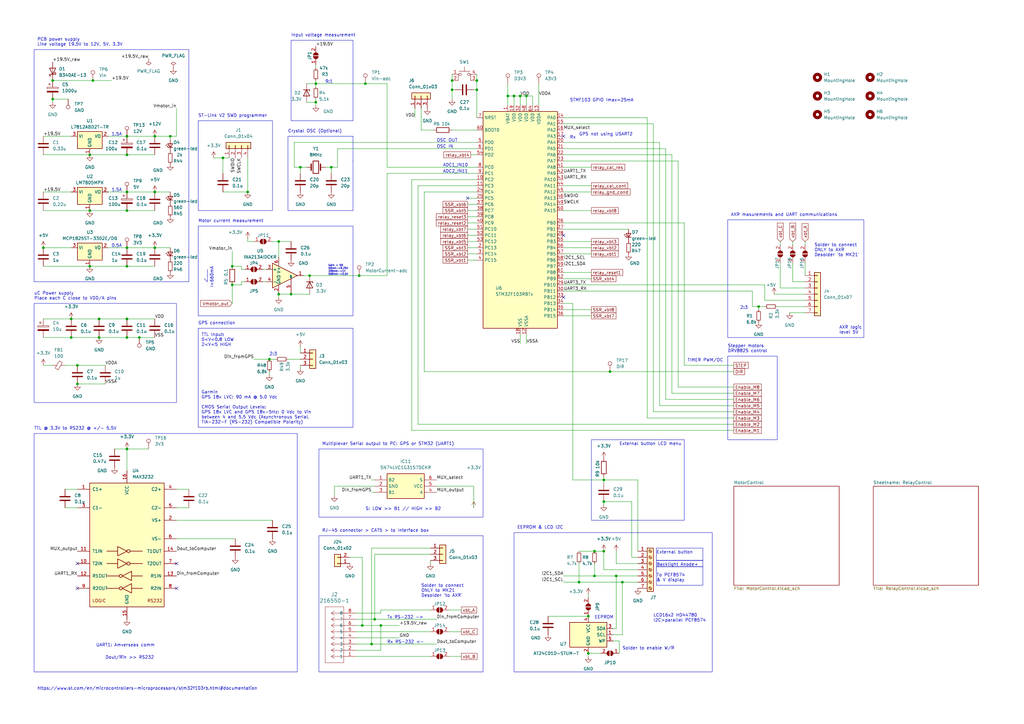
<source format=kicad_sch>
(kicad_sch (version 20230121) (generator eeschema)
  (paper "A3")
  (title_block (title "XBT Autolauncher 3.0") (rev "1") (company "NOAA/AOML") (comment 1 "Christian Saiz"))
  (junction (at 21.59 40.64))
  (junction (at 52.07 101.6))
  (junction (at 237.49 238.76))
  (junction (at 52.07 78.74))
  (junction (at 52.07 109.22))
  (junction (at 101.6 78.74))
  (junction (at 36.83 86.36))
  (junction (at 52.07 86.36))
  (junction (at 95.25 109.22))
  (junction (at 247.65 226.06))
  (junction (at 185.42 33.02))
  (junction (at 247.65 196.85))
  (junction (at 127 113.03))
  (junction (at 17.78 101.6))
  (junction (at 63.5 55.88))
  (junction (at 69.85 55.88))
  (junction (at 29.21 138.43))
  (junction (at 149.86 34.29))
  (junction (at 243.84 236.22))
  (junction (at 185.42 36.83))
  (junction (at 36.83 63.5))
  (junction (at 52.07 138.43))
  (junction (at 252.73 236.22))
  (junction (at 91.44 64.77))
  (junction (at 156.21 256.54))
  (junction (at 147.32 113.03))
  (junction (at 311.15 125.73))
  (junction (at 95.25 116.84))
  (junction (at 52.07 130.81))
  (junction (at 247.65 205.74))
  (junction (at 255.27 238.76))
  (junction (at 241.3 267.97))
  (junction (at 38.1 33.02))
  (junction (at 243.84 226.06))
  (junction (at 31.75 157.48))
  (junction (at 57.15 138.43))
  (junction (at 213.36 39.37))
  (junction (at 21.59 33.02))
  (junction (at 40.64 130.81))
  (junction (at 119.38 120.65))
  (junction (at 208.28 39.37))
  (junction (at 210.82 39.37))
  (junction (at 123.19 68.58))
  (junction (at 36.83 109.22))
  (junction (at 31.75 149.86))
  (junction (at 241.3 252.73))
  (junction (at 52.07 55.88))
  (junction (at 250.19 152.4))
  (junction (at 110.49 147.32))
  (junction (at 215.9 39.37))
  (junction (at 129.54 41.91))
  (junction (at 40.64 138.43))
  (junction (at 195.58 33.02))
  (junction (at 114.3 120.65))
  (junction (at 52.07 184.15))
  (junction (at 129.54 34.29))
  (junction (at 148.59 256.54))
  (junction (at 152.4 264.16))
  (junction (at 153.67 254))
  (junction (at 195.58 36.83))
  (junction (at 63.5 101.6))
  (junction (at 52.07 63.5))
  (junction (at 29.21 130.81))
  (junction (at 114.3 99.06))
  (junction (at 63.5 78.74))
  (junction (at 135.89 68.58))
  (no_connect (at 231.14 96.52))
  (no_connect (at 31.75 231.14))
  (no_connect (at 231.14 55.88))
  (no_connect (at 191.77 81.28))
  (no_connect (at 31.75 241.3))
  (no_connect (at 72.39 231.14))
  (no_connect (at 231.14 121.92))
  (no_connect (at 72.39 241.3))
  (wire (pts (xy 323.85 128.27) (xy 330.2 128.27)))
  (wire (pts (xy 36.83 109.22) (xy 52.07 109.22)))
  (wire (pts (xy 242.57 101.6) (xy 231.14 101.6)))
  (polyline (pts (xy 138.43 55.88) (xy 118.11 55.88)))
  (wire (pts (xy 91.44 64.77) (xy 93.98 64.77)))
  (wire (pts (xy 234.95 196.85) (xy 247.65 196.85)))
  (wire (pts (xy 252.73 236.22) (xy 261.62 236.22)))
  (wire (pts (xy 163.83 256.54) (xy 156.21 256.54)))
  (wire (pts (xy 176.53 229.87) (xy 176.53 231.14)))
  (wire (pts (xy 218.44 39.37) (xy 215.9 39.37)))
  (wire (pts (xy 152.4 264.16) (xy 179.07 264.16)))
  (wire (pts (xy 146.05 259.08) (xy 176.53 259.08)))
  (wire (pts (xy 31.75 149.86) (xy 43.18 149.86)))
  (wire (pts (xy 99.06 116.84) (xy 95.25 116.84)))
  (wire (pts (xy 191.77 104.14) (xy 195.58 104.14)))
  (wire (pts (xy 171.45 173.99) (xy 300.99 173.99)))
  (wire (pts (xy 320.04 118.11) (xy 320.04 107.95)))
  (polyline (pts (xy 138.43 55.88) (xy 144.78 55.88)))
  (wire (pts (xy 133.35 68.58) (xy 135.89 68.58)))
  (wire (pts (xy 220.98 34.29) (xy 220.98 43.18)))
  (wire (pts (xy 143.51 228.6) (xy 148.59 228.6)))
  (wire (pts (xy 193.04 63.5) (xy 195.58 63.5)))
  (wire (pts (xy 247.65 195.58) (xy 247.65 196.85)))
  (wire (pts (xy 72.39 200.66) (xy 77.47 200.66)))
  (wire (pts (xy 176.53 224.79) (xy 152.4 224.79)))
  (wire (pts (xy 148.59 256.54) (xy 156.21 256.54)))
  (wire (pts (xy 195.58 53.34) (xy 185.42 53.34)))
  (wire (pts (xy 247.65 198.12) (xy 247.65 196.85)))
  (wire (pts (xy 152.4 196.85) (xy 153.67 196.85)))
  (wire (pts (xy 91.44 64.77) (xy 91.44 71.12)))
  (wire (pts (xy 135.89 71.12) (xy 135.89 68.58)))
  (wire (pts (xy 213.36 39.37) (xy 210.82 39.37)))
  (wire (pts (xy 158.75 68.58) (xy 195.58 68.58)))
  (wire (pts (xy 184.15 259.08) (xy 189.23 259.08)))
  (wire (pts (xy 146.05 256.54) (xy 148.59 256.54)))
  (wire (pts (xy 265.43 48.26) (xy 265.43 171.45)))
  (wire (pts (xy 242.57 68.58) (xy 231.14 68.58)))
  (wire (pts (xy 237.49 238.76) (xy 255.27 238.76)))
  (wire (pts (xy 123.19 71.12) (xy 123.19 68.58)))
  (wire (pts (xy 137.16 199.39) (xy 153.67 199.39)))
  (wire (pts (xy 280.67 149.86) (xy 300.99 149.86)))
  (wire (pts (xy 177.8 53.34) (xy 172.72 53.34)))
  (wire (pts (xy 241.3 269.24) (xy 241.3 267.97)))
  (wire (pts (xy 215.9 39.37) (xy 213.36 39.37)))
  (wire (pts (xy 101.6 99.06) (xy 104.14 99.06)))
  (wire (pts (xy 231.14 236.22) (xy 243.84 236.22)))
  (wire (pts (xy 99.06 115.57) (xy 99.06 116.84)))
  (wire (pts (xy 158.75 34.29) (xy 158.75 68.58)))
  (wire (pts (xy 247.65 196.85) (xy 261.62 196.85)))
  (wire (pts (xy 91.44 78.74) (xy 101.6 78.74)))
  (wire (pts (xy 251.46 260.35) (xy 255.27 260.35)))
  (wire (pts (xy 173.99 152.4) (xy 250.19 152.4)))
  (wire (pts (xy 252.73 236.22) (xy 252.73 257.81)))
  (wire (pts (xy 72.39 213.36) (xy 111.76 213.36)))
  (wire (pts (xy 153.67 254) (xy 179.07 254)))
  (wire (pts (xy 110.49 147.32) (xy 113.03 147.32)))
  (wire (pts (xy 313.69 123.19) (xy 330.2 123.19)))
  (wire (pts (xy 242.57 114.3) (xy 231.14 114.3)))
  (wire (pts (xy 168.91 176.53) (xy 300.99 176.53)))
  (wire (pts (xy 52.07 78.74) (xy 63.5 78.74)))
  (wire (pts (xy 325.12 99.06) (xy 325.12 100.33)))
  (wire (pts (xy 231.14 116.84) (xy 313.69 116.84)))
  (wire (pts (xy 168.91 73.66) (xy 168.91 176.53)))
  (wire (pts (xy 250.19 152.4) (xy 300.99 152.4)))
  (wire (pts (xy 21.59 33.02) (xy 38.1 33.02)))
  (wire (pts (xy 231.14 66.04) (xy 278.13 66.04)))
  (wire (pts (xy 311.15 125.73) (xy 313.69 125.73)))
  (wire (pts (xy 267.97 168.91) (xy 300.99 168.91)))
  (wire (pts (xy 270.51 58.42) (xy 270.51 166.37)))
  (wire (pts (xy 176.53 250.19) (xy 156.21 250.19)))
  (wire (pts (xy 215.9 39.37) (xy 215.9 43.18)))
  (wire (pts (xy 52.07 55.88) (xy 63.5 55.88)))
  (wire (pts (xy 242.57 76.2) (xy 231.14 76.2)))
  (wire (pts (xy 156.21 251.46) (xy 146.05 251.46)))
  (wire (pts (xy 146.05 266.7) (xy 156.21 266.7)))
  (wire (pts (xy 265.43 171.45) (xy 300.99 171.45)))
  (wire (pts (xy 172.72 53.34) (xy 172.72 44.45)))
  (wire (pts (xy 218.44 43.18) (xy 218.44 39.37)))
  (wire (pts (xy 26.67 208.28) (xy 31.75 208.28)))
  (wire (pts (xy 231.14 124.46) (xy 234.95 124.46)))
  (wire (pts (xy 114.3 120.65) (xy 119.38 120.65)))
  (wire (pts (xy 52.07 184.15) (xy 60.96 184.15)))
  (wire (pts (xy 195.58 33.02) (xy 195.58 36.83)))
  (wire (pts (xy 26.67 149.86) (xy 31.75 149.86)))
  (wire (pts (xy 111.76 99.06) (xy 114.3 99.06)))
  (wire (pts (xy 270.51 166.37) (xy 300.99 166.37)))
  (wire (pts (xy 195.58 76.2) (xy 171.45 76.2)))
  (wire (pts (xy 17.78 149.86) (xy 21.59 149.86)))
  (wire (pts (xy 36.83 63.5) (xy 52.07 63.5)))
  (wire (pts (xy 267.97 50.8) (xy 267.97 168.91)))
  (wire (pts (xy 52.07 109.22) (xy 63.5 109.22)))
  (wire (pts (xy 52.07 130.81) (xy 63.5 130.81)))
  (wire (pts (xy 17.78 63.5) (xy 36.83 63.5)))
  (wire (pts (xy 17.78 78.74) (xy 29.21 78.74)))
  (wire (pts (xy 146.05 254) (xy 153.67 254)))
  (wire (pts (xy 208.28 34.29) (xy 208.28 39.37)))
  (wire (pts (xy 17.78 86.36) (xy 36.83 86.36)))
  (wire (pts (xy 152.4 224.79) (xy 152.4 264.16)))
  (wire (pts (xy 252.73 231.14) (xy 261.62 231.14)))
  (wire (pts (xy 125.73 34.29) (xy 129.54 34.29)))
  (wire (pts (xy 63.5 78.74) (xy 69.85 78.74)))
  (wire (pts (xy 278.13 158.75) (xy 300.99 158.75)))
  (wire (pts (xy 318.77 125.73) (xy 330.2 125.73)))
  (wire (pts (xy 170.18 44.45) (xy 170.18 48.26)))
  (wire (pts (xy 189.23 250.19) (xy 184.15 250.19)))
  (wire (pts (xy 125.73 41.91) (xy 129.54 41.91)))
  (wire (pts (xy 129.54 34.29) (xy 149.86 34.29)))
  (wire (pts (xy 242.57 111.76) (xy 231.14 111.76)))
  (wire (pts (xy 29.21 138.43) (xy 40.64 138.43)))
  (wire (pts (xy 40.64 138.43) (xy 52.07 138.43)))
  (wire (pts (xy 325.12 107.95) (xy 325.12 115.57)))
  (wire (pts (xy 44.45 55.88) (xy 52.07 55.88)))
  (wire (pts (xy 129.54 33.02) (xy 129.54 34.29)))
  (wire (pts (xy 213.36 39.37) (xy 213.36 43.18)))
  (wire (pts (xy 191.77 101.6) (xy 195.58 101.6)))
  (wire (pts (xy 124.46 113.03) (xy 127 113.03)))
  (wire (pts (xy 17.78 109.22) (xy 36.83 109.22)))
  (polyline (pts (xy 85.09 110.49) (xy 85.09 115.57)))
  (wire (pts (xy 195.58 78.74) (xy 173.99 78.74)))
  (wire (pts (xy 237.49 231.14) (xy 237.49 238.76)))
  (wire (pts (xy 107.95 115.57) (xy 109.22 115.57)))
  (wire (pts (xy 185.42 30.48) (xy 185.42 33.02)))
  (wire (pts (xy 320.04 100.33) (xy 320.04 99.06)))
  (wire (pts (xy 185.42 36.83) (xy 186.69 36.83)))
  (wire (pts (xy 69.85 55.88) (xy 72.39 55.88)))
  (wire (pts (xy 44.45 101.6) (xy 52.07 101.6)))
  (wire (pts (xy 158.75 71.12) (xy 158.75 113.03)))
  (wire (pts (xy 31.75 157.48) (xy 43.18 157.48)))
  (wire (pts (xy 69.85 57.15) (xy 69.85 55.88)))
  (wire (pts (xy 29.21 130.81) (xy 40.64 130.81)))
  (wire (pts (xy 242.57 78.74) (xy 231.14 78.74)))
  (wire (pts (xy 21.59 41.91) (xy 21.59 40.64)))
  (wire (pts (xy 252.73 257.81) (xy 251.46 257.81)))
  (wire (pts (xy 224.79 252.73) (xy 241.3 252.73)))
  (wire (pts (xy 241.3 245.11) (xy 241.3 243.84)))
  (polyline (pts (xy 83.82 114.3) (xy 85.09 115.57)))
  (wire (pts (xy 101.6 78.74) (xy 101.6 64.77)))
  (wire (pts (xy 137.16 203.2) (xy 137.16 199.39)))
  (polyline (pts (xy 118.11 55.88) (xy 118.11 86.36)))
  (wire (pts (xy 191.77 81.28) (xy 195.58 81.28)))
  (wire (pts (xy 36.83 86.36) (xy 52.07 86.36)))
  (wire (pts (xy 104.14 147.32) (xy 110.49 147.32)))
  (wire (pts (xy 231.14 119.38) (xy 308.61 119.38)))
  (wire (pts (xy 123.19 142.24) (xy 123.19 144.78)))
  (wire (pts (xy 146.05 264.16) (xy 152.4 264.16)))
  (wire (pts (xy 280.67 91.44) (xy 280.67 149.86)))
  (polyline (pts (xy 144.78 86.36) (xy 144.78 66.04)))
  (wire (pts (xy 273.05 163.83) (xy 300.99 163.83)))
  (wire (pts (xy 243.84 236.22) (xy 252.73 236.22)))
  (wire (pts (xy 118.11 147.32) (xy 123.19 147.32)))
  (wire (pts (xy 153.67 227.33) (xy 153.67 254)))
  (wire (pts (xy 173.99 78.74) (xy 173.99 152.4)))
  (wire (pts (xy 213.36 137.16) (xy 213.36 140.97)))
  (wire (pts (xy 208.28 39.37) (xy 210.82 39.37)))
  (wire (pts (xy 191.77 91.44) (xy 195.58 91.44)))
  (wire (pts (xy 129.54 26.67) (xy 129.54 27.94)))
  (wire (pts (xy 243.84 231.14) (xy 243.84 236.22)))
  (wire (pts (xy 231.14 60.96) (xy 273.05 60.96)))
  (wire (pts (xy 156.21 266.7) (xy 156.21 256.54)))
  (wire (pts (xy 330.2 99.06) (xy 330.2 100.33)))
  (wire (pts (xy 119.38 120.65) (xy 127 120.65)))
  (wire (pts (xy 110.49 153.67) (xy 110.49 152.4)))
  (wire (pts (xy 123.19 68.58) (xy 125.73 68.58)))
  (wire (pts (xy 330.2 118.11) (xy 320.04 118.11)))
  (wire (pts (xy 241.3 267.97) (xy 246.38 267.97)))
  (wire (pts (xy 72.39 44.45) (xy 72.39 55.88)))
  (wire (pts (xy 99.06 110.49) (xy 99.06 109.22)))
  (wire (pts (xy 21.59 40.64) (xy 27.94 40.64)))
  (wire (pts (xy 231.14 50.8) (xy 267.97 50.8)))
  (wire (pts (xy 275.59 63.5) (xy 275.59 161.29)))
  (wire (pts (xy 311.15 125.73) (xy 311.15 127)))
  (wire (pts (xy 254 262.89) (xy 254 267.97)))
  (wire (pts (xy 72.39 220.98) (xy 96.52 220.98)))
  (wire (pts (xy 95.25 102.87) (xy 95.25 109.22)))
  (wire (pts (xy 242.57 127) (xy 231.14 127)))
  (wire (pts (xy 278.13 66.04) (xy 278.13 158.75)))
  (wire (pts (xy 255.27 238.76) (xy 255.27 260.35)))
  (wire (pts (xy 44.45 78.74) (xy 52.07 78.74)))
  (wire (pts (xy 247.65 207.01) (xy 247.65 205.74)))
  (wire (pts (xy 261.62 233.68) (xy 247.65 233.68)))
  (wire (pts (xy 52.07 86.36) (xy 63.5 86.36)))
  (wire (pts (xy 243.84 226.06) (xy 247.65 226.06)))
  (wire (pts (xy 330.2 115.57) (xy 325.12 115.57)))
  (wire (pts (xy 120.65 58.42) (xy 195.58 58.42)))
  (wire (pts (xy 191.77 96.52) (xy 195.58 96.52)))
  (wire (pts (xy 114.3 99.06) (xy 119.38 99.06)))
  (wire (pts (xy 57.15 138.43) (xy 63.5 138.43)))
  (wire (pts (xy 185.42 36.83) (xy 185.42 40.64)))
  (wire (pts (xy 40.64 130.81) (xy 52.07 130.81)))
  (wire (pts (xy 99.06 115.57) (xy 100.33 115.57)))
  (wire (pts (xy 52.07 101.6) (xy 63.5 101.6)))
  (polyline (pts (xy 144.78 66.04) (xy 144.78 66.04)))
  (wire (pts (xy 261.62 228.6) (xy 259.08 228.6)))
  (wire (pts (xy 114.3 99.06) (xy 114.3 105.41)))
  (wire (pts (xy 259.08 205.74) (xy 247.65 205.74)))
  (wire (pts (xy 195.58 36.83) (xy 195.58 48.26)))
  (wire (pts (xy 330.2 107.95) (xy 330.2 113.03)))
  (wire (pts (xy 17.78 101.6) (xy 29.21 101.6)))
  (wire (pts (xy 308.61 119.38) (xy 308.61 125.73)))
  (wire (pts (xy 129.54 41.91) (xy 129.54 40.64)))
  (wire (pts (xy 195.58 30.48) (xy 195.58 33.02)))
  (wire (pts (xy 107.95 110.49) (xy 109.22 110.49)))
  (wire (pts (xy 152.4 201.93) (xy 153.67 201.93)))
  (wire (pts (xy 231.14 238.76) (xy 237.49 238.76)))
  (wire (pts (xy 242.57 129.54) (xy 231.14 129.54)))
  (wire (pts (xy 99.06 110.49) (xy 100.33 110.49)))
  (wire (pts (xy 215.9 137.16) (xy 215.9 140.97)))
  (wire (pts (xy 63.5 55.88) (xy 69.85 55.88)))
  (wire (pts (xy 237.49 226.06) (xy 243.84 226.06)))
  (wire (pts (xy 184.15 269.24) (xy 189.23 269.24)))
  (wire (pts (xy 234.95 124.46) (xy 234.95 196.85)))
  (wire (pts (xy 52.07 63.5) (xy 63.5 63.5)))
  (wire (pts (xy 114.3 121.92) (xy 114.3 120.65)))
  (wire (pts (xy 242.57 99.06) (xy 231.14 99.06)))
  (wire (pts (xy 87.63 64.77) (xy 91.44 64.77)))
  (wire (pts (xy 273.05 60.96) (xy 273.05 163.83)))
  (wire (pts (xy 146.05 269.24) (xy 176.53 269.24)))
  (polyline (pts (xy 118.11 86.36) (xy 144.78 86.36)))
  (wire (pts (xy 242.57 86.36) (xy 231.14 86.36)))
  (wire (pts (xy 148.59 228.6) (xy 148.59 256.54)))
  (wire (pts (xy 185.42 33.02) (xy 185.42 36.83)))
  (wire (pts (xy 138.43 60.96) (xy 138.43 68.58)))
  (wire (pts (xy 52.07 184.15) (xy 52.07 193.04)))
  (wire (pts (xy 210.82 39.37) (xy 210.82 43.18)))
  (wire (pts (xy 17.78 138.43) (xy 29.21 138.43)))
  (wire (pts (xy 17.78 130.81) (xy 29.21 130.81)))
  (wire (pts (xy 138.43 60.96) (xy 195.58 60.96)))
  (wire (pts (xy 208.28 43.18) (xy 208.28 39.37)))
  (wire (pts (xy 195.58 73.66) (xy 168.91 73.66)))
  (wire (pts (xy 129.54 43.18) (xy 129.54 41.91)))
  (wire (pts (xy 120.65 58.42) (xy 120.65 68.58)))
  (wire (pts (xy 231.14 91.44) (xy 280.67 91.44)))
  (wire (pts (xy 191.77 99.06) (xy 195.58 99.06)))
  (polyline (pts (xy 144.78 66.04) (xy 144.78 55.88)))
  (wire (pts (xy 259.08 205.74) (xy 259.08 228.6)))
  (wire (pts (xy 171.45 76.2) (xy 171.45 173.99)))
  (wire (pts (xy 158.75 113.03) (xy 147.32 113.03)))
  (wire (pts (xy 95.25 116.84) (xy 95.25 124.46)))
  (wire (pts (xy 17.78 55.88) (xy 29.21 55.88)))
  (wire (pts (xy 231.14 63.5) (xy 275.59 63.5)))
  (wire (pts (xy 242.57 104.14) (xy 231.14 104.14)))
  (wire (pts (xy 123.19 68.58) (xy 120.65 68.58)))
  (wire (pts (xy 191.77 88.9) (xy 195.58 88.9)))
  (wire (pts (xy 46.99 184.15) (xy 52.07 184.15)))
  (wire (pts (xy 156.21 251.46) (xy 156.21 250.19)))
  (wire (pts (xy 191.77 93.98) (xy 195.58 93.98)))
  (wire (pts (xy 231.14 48.26) (xy 265.43 48.26)))
  (wire (pts (xy 194.31 199.39) (xy 179.07 199.39)))
  (wire (pts (xy 52.07 138.43) (xy 57.15 138.43)))
  (wire (pts (xy 101.6 97.79) (xy 101.6 99.06)))
  (wire (pts (xy 72.39 208.28) (xy 77.47 208.28)))
  (wire (pts (xy 255.27 238.76) (xy 261.62 238.76)))
  (wire (pts (xy 194.31 36.83) (xy 195.58 36.83)))
  (wire (pts (xy 63.5 101.6) (xy 69.85 101.6)))
  (wire (pts (xy 195.58 71.12) (xy 158.75 71.12)))
  (wire (pts (xy 176.53 227.33) (xy 153.67 227.33)))
  (wire (pts (xy 231.14 58.42) (xy 270.51 58.42)))
  (wire (pts (xy 191.77 83.82) (xy 195.58 83.82)))
  (wire (pts (xy 308.61 125.73) (xy 311.15 125.73)))
  (wire (pts (xy 123.19 151.13) (xy 123.19 149.86)))
  (wire (pts (xy 26.67 200.66) (xy 31.75 200.66)))
  (wire (pts (xy 149.86 34.29) (xy 158.75 34.29)))
  (wire (pts (xy 191.77 86.36) (xy 195.58 86.36)))
  (wire (pts (xy 275.59 161.29) (xy 300.99 161.29)))
  (wire (pts (xy 99.06 109.22) (xy 95.25 109.22)))
  (wire (pts (xy 147.32 113.03) (xy 127 113.03)))
  (wire (pts (xy 129.54 34.29) (xy 129.54 35.56)))
  (wire (pts (xy 38.1 33.02) (xy 45.72 33.02)))
  (wire (pts (xy 146.05 261.62) (xy 163.83 261.62)))
  (wire (pts (xy 313.69 116.84) (xy 313.69 123.19)))
  (wire (pts (xy 317.5 120.65) (xy 330.2 120.65)))
  (wire (pts (xy 135.89 68.58) (xy 138.43 68.58)))
  (wire (pts (xy 251.46 262.89) (xy 254 262.89)))
  (wire (pts (xy 261.62 196.85) (xy 261.62 226.06)))
  (wire (pts (xy 194.31 208.28) (xy 194.31 199.39)))
  (wire (pts (xy 247.65 233.68) (xy 247.65 226.06)))
  (wire (pts (xy 191.77 106.68) (xy 195.58 106.68)))
  (wire (pts (xy 231.14 93.98) (xy 257.81 93.98)))
  (wire (pts (xy 252.73 226.06) (xy 252.73 231.14)))
  (rectangle (start 130.81 184.15) (end 198.12 212.09))
  (rectangle (start 130.81 219.71) (end 198.12 275.59))
  (rectangle (start 298.45 146.05) (end 318.77 180.34))
  (rectangle (start 81.28 49.53) (end 111.76 86.36))
  (rectangle (start 81.28 134.62) (end 144.78 175.26))
  (rectangle (start 13.97 20.32) (end 77.47 115.57))
  (rectangle (start 242.57 180.34) (end 280.67 213.36))
  (rectangle (start 298.45 90.17) (end 354.33 138.43))
  (rectangle (start 210.82 218.44) (end 292.1 275.59))
  (rectangle (start 119.38 16.51) (end 144.78 49.53))
  (rectangle (start 81.28 92.71) (end 144.78 129.54))
  (rectangle (start 269.24 224.79) (end 288.29 229.87))
  (rectangle (start 13.97 124.46) (end 72.39 165.1))
  (rectangle (start 269.24 232.41) (end 288.29 240.03))
  (rectangle (start 269.24 229.87) (end 288.29 232.41))
  (rectangle (start 13.97 177.8) (end 121.92 275.59))
  (text "2:3" (at 303.53 127 0) (effects (font (size 1.27 1.27)) (justify left bottom)))
  (text "Crystal OSC (Optional)" (at 118.11 54.61 0) (effects (font (size 1.27 1.27)) (justify left bottom)))
  (text "Tx RS-232 ->" (at 158.75 254 0) (effects (font (size 1.27 1.27)) (justify left bottom)))
  (text "Solder to connect\nONLY to AXR\nDesolder 'to MK21'" (at 334.01 105.41 0) (effects (font (size 1.27 1.27)) (justify left bottom)))
  (text "1.5A" (at 45.72 55.88 0) (effects (font (size 1.27 1.27)) (justify left bottom)))
  (text "1.5A" (at 45.72 78.74 0) (effects (font (size 1.27 1.27)) (justify left bottom)))
  (text "UART1: Amverseas comm\n" (at 39.37 265.43 0) (effects (font (size 1.27 1.27)) (justify left bottom)))
  (text "I<660mA" (at 87.63 118.11 90) (effects (font (size 1.27 1.27)) (justify left bottom)))
  (text "Input voltage measurement\n" (at 119.38 15.24 0) (effects (font (size 1.27 1.27)) (justify left bottom)))
  (text "EEPROM" (at 243.84 254 0) (effects (font (size 1.27 1.27)) (justify left bottom)))
  (text "Backlight Anode+" (at 269.24 232.41 0) (effects (font (size 1.27 1.27)) (justify left bottom)))
  (text "AXR logic \nlevel 5V" (at 344.17 137.16 0) (effects (font (size 1.27 1.27)) (justify left bottom)))
  (text "OSC IN" (at 179.07 60.96 0) (effects (font (size 1.27 1.27)) (justify left bottom)))
  (text "Solder to connect\nONLY to MK21\nDesolder 'to AXR'" (at 172.72 245.11 0) (effects (font (size 1.27 1.27)) (justify left bottom)))
  (text "RJ-45 connector > CAT5 > to Interface box" (at 132.08 218.44 0) (effects (font (size 1.27 1.27)) (justify left bottom)))
  (text "uC Power supply\nPlace each C close to VDD/A pins" (at 13.97 123.19 0) (effects (font (size 1.27 1.27)) (justify left bottom)))
  (text "PCB power supply \nLine voltage 19.5V to 12V, 5V, 3.3V" (at 15.24 19.05 0) (effects (font (size 1.27 1.27)) (justify left bottom)))
  (text "Motor current measurement" (at 81.28 91.44 0) (effects (font (size 1.27 1.27)) (justify left bottom)))
  (text "GPS not using USART2" (at 237.49 55.88 0) (effects (font (size 1.27 1.27)) (justify left bottom)))
  (text "External button LCD menu" (at 254 182.88 0) (effects (font (size 1.27 1.27)) (justify left bottom)))
  (text "9:1 \n" (at 133.35 34.29 0) (effects (font (size 1.27 1.27)) (justify left bottom)))
  (text "GPS connection" (at 81.28 133.35 0) (effects (font (size 1.27 1.27)) (justify left bottom)))
  (text "S: LOW >> B1 // HIGH >> B2" (at 149.86 209.55 0) (effects (font (size 1.27 1.27)) (justify left bottom)))
  (text "TTL Input:\n0<V<0.8 LOW\n2<V<5 HIGH" (at 82.55 142.24 0) (effects (font (size 1.27 1.27)) (justify left bottom)))
  (text "TTL @ 3.3V to RS232 @ +/- 5.5V" (at 13.97 176.53 0) (effects (font (size 1.27 1.27)) (justify left bottom)))
  (text "External button" (at 269.24 227.33 0) (effects (font (size 1.27 1.27)) (justify left bottom)))
  (text "0.5A" (at 45.72 101.6 0) (effects (font (size 1.27 1.27)) (justify left bottom)))
  (text "AXR masurements and UART communications" (at 299.72 88.9 0) (effects (font (size 1.27 1.27)) (justify left bottom)))
  (text "Rx RS-232 <-" (at 158.75 264.16 0) (effects (font (size 1.27 1.27)) (justify left bottom)))
  (text "Garmin\nGPS 18x LVC: 90 mA @ 5.0 Vdc\n\nCMOS Serial Output Levels:\nGPS 18x LVC and GPS 18x-5Hz: 0 Vdc to Vin\nbetween 4 and 5.5 Vdc (Asynchronous Serial,\nTIA-232-F (RS-232) Compatible Polarity)" (at 82.55 173.99 0) (effects (font (size 1.27 1.27)) (justify left bottom)))
  (text "ADC2_IN11" (at 181.61 71.12 0) (effects (font (size 1.27 1.27)) (justify left bottom)))
  (text "TIMER PWM/OC" (at 281.94 148.59 0) (effects (font (size 1.27 1.27)) (justify left bottom)))
  (text "Multiplexer Serial output to PC: GPS or STM32 (UART1)" (at 132.08 182.88 0) (effects (font (size 1.27 1.27)) (justify left bottom)))
  (text "2:3" (at 110.49 146.05 0) (effects (font (size 1.27 1.27)) (justify left bottom)))
  (text "https://www.st.com/en/microcontrollers-microprocessors/stm32f103rb.html#documentation" (at 15.24 283.21 0) (effects (font (size 1.27 1.27)) (justify left bottom)))
  (text "OSC OUT" (at 179.07 58.42 0) (effects (font (size 1.27 1.27)) (justify left bottom)))
  (text "Solder to enable W/R" (at 255.27 266.7 0) (effects (font (size 1.27 1.27)) (justify left bottom)))
  (text "To PCF8574 \n& V display " (at 269.24 238.76 0) (effects (font (size 1.27 1.27)) (justify left bottom)))
  (text "EEPROM & LCD I2C" (at 212.09 217.17 0) (effects (font (size 1.27 1.27)) (justify left bottom)))
  (text "Stepper motors\nDRV8825 control" (at 298.45 144.78 0) (effects (font (size 1.27 1.27)) (justify left bottom)))
  (text "Dout/Rin >> RS232" (at 43.18 270.51 0) (effects (font (size 1.27 1.27)) (justify left bottom)))
  (text "LCD16x2 HD44780\nI2C>parallel PCF8574\n" (at 267.97 255.27 0) (effects (font (size 1.27 1.27)) (justify left bottom)))
  (text "STMF103 GPIO Imax=25mA" (at 233.68 41.91 0) (effects (font (size 1.27 1.27)) (justify left bottom)))
  (text "Gain = 50\n50mA->0.25V\n200mA->1V\n500mA->2.5V " (at 134.62 113.03 0) (effects (font (size 0.75 0.75)) (justify left bottom)))
  (text "ADC1_IN10" (at 181.61 68.58 0) (effects (font (size 1.27 1.27)) (justify left bottom)))
  (text "ST-Link V2 SWD programmer" (at 81.28 48.26 0) (effects (font (size 1.27 1.27)) (justify left bottom)))
  (text "Rx" (at 233.68 57.15 0) (effects (font (size 1.27 1.27)) (justify left bottom)))
  (label "VSS" (at 63.5 138.43 0))
  (label "Din_fromGPS" (at 152.4 201.93 180))
  (label "SWDIO" (at 96.52 64.77 270))
  (label "Din_fromComputer" (at 72.39 236.22 0))
  (label "Vmotor_in" (at 72.39 44.45 180))
  (label "VDD" (at 213.36 39.37 0))
  (label "MUX_select" (at 179.07 196.85 0))
  (label "+19.5V_raw" (at 60.96 24.13 180))
  (label "MUX_output" (at 179.07 201.93 0))
  (label "UART1_RX" (at 231.14 73.66 0))
  (label "Din_fromComputer" (at 179.07 254 0))
  (label "SWDIO" (at 231.14 81.28 0))
  (label "+19.5V" (at 129.54 19.05 0))
  (label "UART1_TX" (at 152.4 196.85 180))
  (label "Dout_toComputer" (at 72.39 226.06 0))
  (label "VSS" (at 213.36 140.97 180))
  (label "UART3_TX" (at 231.14 116.84 0))
  (label "Vmotor_in" (at 95.25 102.87 180))
  (label "SWCLK" (at 231.14 83.82 0))
  (label "VDD" (at 63.5 130.81 0))
  (label "MUX_output" (at 31.75 226.06 180))
  (label "I2C1_SCL" (at 231.14 238.76 180))
  (label "MUX_select" (at 231.14 53.34 0))
  (label "+19.5V" (at 17.78 55.88 0))
  (label "+19.5V" (at 45.72 33.02 0))
  (label "Dout_toComputer" (at 179.07 264.16 0))
  (label "I2C1_SDA" (at 231.14 109.22 0))
  (label "UART1_RX" (at 31.75 236.22 180))
  (label "VDD" (at 170.18 48.26 180))
  (label "UART3_RX" (at 231.14 119.38 0))
  (label "Din_fromGPS" (at 104.14 147.32 180))
  (label "I2C1_SDA" (at 231.14 236.22 180))
  (label "SWCLK" (at 99.06 64.77 270))
  (label "UART1_TX" (at 231.14 71.12 0))
  (label "VSSA" (at 43.18 157.48 0))
  (label "+19.5V_raw" (at 21.59 25.4 0))
  (label "I2C1_SCL" (at 231.14 106.68 0))
  (label "VDDA" (at 220.98 39.37 0))
  (label "GND" (at 163.83 261.62 0))
  (label "+19.5V" (at 17.78 78.74 0))
  (label "+19.5V_raw" (at 163.83 256.54 0))
  (label "VSSA" (at 215.9 140.97 0))
  (label "VDDA" (at 43.18 149.86 0))
  (global_label "relay_xbt7" (shape passive) (at 191.77 93.98 180) (property "Intersheetrefs" "${INTERSHEET_REFS}" (effects hide)))
  (global_label "relay_xbt1" (shape passive) (at 242.57 104.14 0) (property "Intersheetrefs" "${INTERSHEET_REFS}" (effects hide)))
  (global_label "Enable_M8" (shape passive) (at 300.99 158.75 0) (property "Intersheetrefs" "${INTERSHEET_REFS}" (effects hide)))
  (global_label "SSR_xbt5" (shape passive) (at 191.77 86.36 180) (property "Intersheetrefs" "${INTERSHEET_REFS}" (effects hide)))
  (global_label "SSR_xbt1" (shape passive) (at 191.77 106.68 180) (property "Intersheetrefs" "${INTERSHEET_REFS}" (effects hide)))
  (global_label "relay_xbt3" (shape passive) (at 242.57 99.06 0) (property "Intersheetrefs" "${INTERSHEET_REFS}" (effects hide)))
  (global_label "Enable_M2" (shape passive) (at 300.99 173.99 0) (property "Intersheetrefs" "${INTERSHEET_REFS}" (effects hide)))
  (global_label "SSR_xbt4" (shape passive) (at 242.57 114.3 0) (property "Intersheetrefs" "${INTERSHEET_REFS}" (effects hide)))
  (global_label "relay_xbt5" (shape passive) (at 191.77 99.06 180) (property "Intersheetrefs" "${INTERSHEET_REFS}" (effects hide)))
  (global_label "Enable_M4" (shape passive) (at 300.99 168.91 0) (property "Intersheetrefs" "${INTERSHEET_REFS}" (effects hide)))
  (global_label "DIR" (shape passive) (at 300.99 152.4 0) (property "Intersheetrefs" "${INTERSHEET_REFS}" (effects hide)))
  (global_label "Vmotor_out" (shape input) (at 95.25 124.46 180) (property "Intersheetrefs" "${INTERSHEET_REFS}" (effects hide)))
  (global_label "relay_reset1" (shape passive) (at 242.57 111.76 0) (property "Intersheetrefs" "${INTERSHEET_REFS}" (effects hide)))
  (global_label "relay_xbt2" (shape passive) (at 242.57 101.6 0) (property "Intersheetrefs" "${INTERSHEET_REFS}" (effects hide)))
  (global_label "xbt_B" (shape input) (at 325.12 99.06 90) (property "Intersheetrefs" "${INTERSHEET_REFS}" (effects hide)))
  (global_label "Enable_M7" (shape passive) (at 300.99 161.29 0) (property "Intersheetrefs" "${INTERSHEET_REFS}" (effects hide)))
  (global_label "xbt_A" (shape passive) (at 189.23 250.19 0) (property "Intersheetrefs" "${INTERSHEET_REFS}" (effects hide)))
  (global_label "relay_cal_cont" (shape passive) (at 242.57 76.2 0) (property "Intersheetrefs" "${INTERSHEET_REFS}" (effects hide)))
  (global_label "SSR_xbt3" (shape passive) (at 191.77 101.6 180) (property "Intersheetrefs" "${INTERSHEET_REFS}" (effects hide)))
  (global_label "relay_xbt6" (shape passive) (at 191.77 96.52 180) (property "Intersheetrefs" "${INTERSHEET_REFS}" (effects hide)))
  (global_label "STEP" (shape passive) (at 300.99 149.86 0) (property "Intersheetrefs" "${INTERSHEET_REFS}" (effects hide)))
  (global_label "relay_xbt4" (shape passive) (at 193.04 63.5 180) (property "Intersheetrefs" "${INTERSHEET_REFS}" (effects hide)))
  (global_label "SSR_xbt6" (shape passive) (at 191.77 83.82 180) (property "Intersheetrefs" "${INTERSHEET_REFS}" (effects hide)))
  (global_label "xbt_C" (shape passive) (at 189.23 259.08 0) (property "Intersheetrefs" "${INTERSHEET_REFS}" (effects hide)))
  (global_label "Enable_M3" (shape passive) (at 300.99 171.45 0) (property "Intersheetrefs" "${INTERSHEET_REFS}" (effects hide)))
  (global_label "Enable_M6" (shape passive) (at 300.99 163.83 0) (property "Intersheetrefs" "${INTERSHEET_REFS}" (effects hide)))
  (global_label "xbt_B" (shape passive) (at 189.23 269.24 0) (property "Intersheetrefs" "${INTERSHEET_REFS}" (effects hide)))
  (global_label "Enable_M1" (shape passive) (at 300.99 176.53 0) (property "Intersheetrefs" "${INTERSHEET_REFS}" (effects hide)))
  (global_label "SSR_xbt7" (shape passive) (at 242.57 129.54 0) (property "Intersheetrefs" "${INTERSHEET_REFS}" (effects hide)))
  (global_label "relay_cal_res" (shape passive) (at 242.57 68.58 0) (property "Intersheetrefs" "${INTERSHEET_REFS}" (effects hide)))
  (global_label "xbt_C" (shape input) (at 320.04 99.06 90) (property "Intersheetrefs" "${INTERSHEET_REFS}" (effects hide)))
  (global_label "relay_gnd_cond" (shape passive) (at 242.57 78.74 0) (property "Intersheetrefs" "${INTERSHEET_REFS}" (effects hide)))
  (global_label "SSR_xbt8" (shape passive) (at 242.57 127 0) (property "Intersheetrefs" "${INTERSHEET_REFS}" (effects hide)))
  (global_label "relay_xbt8" (shape passive) (at 242.57 86.36 0) (property "Intersheetrefs" "${INTERSHEET_REFS}" (effects hide)))
  (global_label "Enable_M5" (shape passive) (at 300.99 166.37 0) (property "Intersheetrefs" "${INTERSHEET_REFS}" (effects hide)))
  (global_label "xbt_A" (shape input) (at 330.2 99.06 90) (property "Intersheetrefs" "${INTERSHEET_REFS}" (effects hide)))
  (global_label "relay_reset2" (shape passive) (at 191.77 91.44 180) (property "Intersheetrefs" "${INTERSHEET_REFS}" (effects hide)))
  (global_label "relay_reset3" (shape passive) (at 191.77 88.9 180) (property "Intersheetrefs" "${INTERSHEET_REFS}" (effects hide)))
  (global_label "SSR_xbt2" (shape passive) (at 191.77 104.14 180) (property "Intersheetrefs" "${INTERSHEET_REFS}" (effects hide)))
  (symbol (lib_id "Device:LED_Small") (at 69.85 81.28 90) (unit 1)
    (property "Reference" "D5" (at 71.12 80.01 90) (effects (justify right)))
    (property "Value" "green-led" (at 71.12 82.55 90) (effects (justify right)))
    (property "Footprint" "LED_green_0603:LED_B1911PG--20D000514U1930_HVK" (effects hide))
    (property "Datasheet" "https://mm.digikey.com/Volume0/opasdata/d220001/medias/docus/3777/B1911PG--20D000514U1930.pdf" (effects hide))
    (property "Digikey" "https://www.digikey.com/en/products/detail/harvatek-corporation/B1911PG-20D000514U1930/15519992" (effects hide))
    (property "Cost" "0.1" (effects hide))
    (property "Part" "B1911PG--20D000514U1930" (effects hide))
  )
  (symbol (lib_id "power:GND") (at 40.64 138.43 0) (unit 1)
    (property "Reference" "#PWR09" (effects hide))
    (property "Value" "GND" (at 40.64 143.51 0))
  )
  (symbol (lib_id "Device:C") (at 26.67 204.47 0) (unit 1)
    (property "Reference" "C8" (at 30.48 203.2 0) (effects (justify left)))
    (property "Value" "0.1u" (at 30.48 205.74 0) (effects (justify left)))
    (property "Footprint" "Capacitor_01uF-0805:CAP_CL21_SAM" (effects hide))
    (property "Datasheet" "https://mm.digikey.com/Volume0/opasdata/d220001/medias/docus/609/CL21B104KBCNNN_Spec.pdf" (effects hide))
    (property "Digikey" "https://www.digikey.com/en/products/detail/samsung-electro-mechanics/CL21B104KBCNNNC/3886661" (effects hide))
    (property "Cost" "0.1" (effects hide))
    (property "Part" "CL21B104KBCNNNC" (effects hide))
  )
  (symbol (lib_id "Device:C") (at 77.47 204.47 0) (unit 1)
    (property "Reference" "C22" (at 81.28 203.2 0) (effects (justify left)))
    (property "Value" "0.1u" (at 81.28 205.74 0) (effects (justify left)))
    (property "Footprint" "Capacitor_01uF-0805:CAP_CL21_SAM" (effects hide))
    (property "Datasheet" "https://mm.digikey.com/Volume0/opasdata/d220001/medias/docus/609/CL21B104KBCNNN_Spec.pdf" (effects hide))
    (property "Digikey" "https://www.digikey.com/en/products/detail/samsung-electro-mechanics/CL21B104KBCNNNC/3886661" (effects hide))
    (property "Cost" "0.1" (effects hide))
    (property "Part" "CL21B104KBCNNNC" (effects hide))
  )
  (symbol (lib_id "Mechanical:MountingHole") (at 356.87 46.99 0) (unit 1)
    (property "Reference" "H6" (at 359.41 45.72 0) (effects (justify left)))
    (property "Value" "MountingHole" (at 359.41 48.26 0) (effects (justify left)))
    (property "Footprint" "MountingHole:MountingHole_2.5mm_Pad" (effects hide))
  )
  (symbol (lib_id "power:+5V") (at 252.73 226.06 0) (unit 1)
    (property "Reference" "#PWR044" (effects hide))
    (property "Value" "+5V" (at 252.73 220.98 0))
  )
  (symbol (lib_id "Connector:TestPoint") (at 208.28 34.29 0) (unit 1)
    (property "Reference" "TP3" (at 210.82 29.718 0) (effects (justify left)))
    (property "Value" "D3V3" (at 210.82 32.258 0) (effects (justify left)))
    (property "Footprint" "TestPoint:TestPoint_Pad_1.0x1.0mm" (effects hide))
  )
  (symbol (lib_id "Connector:TestPoint") (at 38.1 33.02 0) (unit 1)
    (property "Reference" "TP6" (at 40.64 28.448 0) (effects (justify left)))
    (property "Value" "Vin" (at 40.64 30.988 0) (effects (justify left)))
    (property "Footprint" "TestPoint:TestPoint_Pad_1.0x1.0mm" (effects hide))
  )
  (symbol (lib_id "Device:R_Small") (at 311.15 129.54 0) (unit 1)
    (property "Reference" "R1" (at 306.07 129.54 0) (effects (justify left)))
    (property "Value" "6.8k" (at 306.07 132.08 0) (effects (justify left)))
    (property "Footprint" "Resistor_0805:RC0805N_YAG" (effects hide))
    (property "Datasheet" "https://www.yageo.com/upload/media/product/app/datasheet/rchip/pyu-rt_1-to-0.01_rohs_l.pdf" (effects hide))
    (property "Digikey" "https://www.digikey.com/en/products/detail/yageo/RT0805FRE076K8L/1079385" (effects hide))
    (property "Cost" "0.1" (effects hide))
    (property "Part" "RT0805FRE076K8L" (effects hide))
  )
  (symbol (lib_id "power:GND") (at 135.89 78.74 0) (unit 1)
    (property "Reference" "#PWR020" (effects hide))
    (property "Value" "GND" (at 135.89 83.82 0))
  )
  (symbol (lib_id "Jumper:SolderJumper_2_Open") (at 180.34 250.19 0) (unit 1)
    (property "Reference" "JP12" (at 180.34 247.65 0))
    (property "Value" "SolderJumper_2_Open" (effects hide))
    (property "Footprint" "Jumper:SolderJumper-2_P1.3mm_Open_RoundedPad1.0x1.5mm" (effects hide))
  )
  (symbol (lib_id "power:GND") (at 224.79 260.35 0) (unit 1)
    (property "Reference" "#PWR038" (effects hide))
    (property "Value" "GND" (at 219.71 261.62 0))
  )
  (symbol (lib_id "power:GND") (at 137.16 203.2 0) (unit 1)
    (property "Reference" "#PWR027" (effects hide))
    (property "Value" "GND" (at 137.16 208.28 0))
  )
  (symbol (lib_id "Device:C") (at 43.18 153.67 0) (unit 1)
    (property "Reference" "C10" (at 46.99 152.4 0) (effects (justify left)))
    (property "Value" "1u" (at 46.99 154.94 0) (effects (justify left)))
    (property "Footprint" "Capacitor_1uF-ceramic:CAP_CL21_SAM" (effects hide))
    (property "Datasheet" "https://mm.digikey.com/Volume0/opasdata/d220001/medias/docus/609/CL21B105KBFNNNE_Spec.pdf" (effects hide))
    (property "Digikey" "https://www.digikey.com/en/products/detail/samsung-electro-mechanics/CL21B105KBFNNNE/3886687" (effects hide))
    (property "Cost" "0.11" (effects hide))
    (property "Part" "CL21B105KBFNNNE" (effects hide))
  )
  (symbol (lib_id "Device:C") (at 63.5 105.41 0) (unit 1)
    (property "Reference" "C19" (at 55.88 104.14 0) (effects (justify left)))
    (property "Value" "0.1u" (at 55.88 106.68 0) (effects (justify left)))
    (property "Footprint" "Capacitor_01uF-0805:CAP_CL21_SAM" (effects hide))
    (property "Datasheet" "https://mm.digikey.com/Volume0/opasdata/d220001/medias/docus/609/CL21B104KBCNNN_Spec.pdf" (effects hide))
    (property "Digikey" "https://www.digikey.com/en/products/detail/samsung-electro-mechanics/CL21B104KBCNNNC/3886661" (effects hide))
    (property "Cost" "0.1" (effects hide))
    (property "Part" "CL21B104KBCNNNC" (effects hide))
  )
  (symbol (lib_id "power:+12V") (at 63.5 55.88 0) (unit 1)
    (property "Reference" "#PWR014" (effects hide))
    (property "Value" "+12V" (at 63.5 50.8 0))
  )
  (symbol (lib_id "Jumper:SolderJumper_2_Open") (at 104.14 115.57 0) (unit 1)
    (property "Reference" "JP5" (at 104.14 119.38 0))
    (property "Value" "SolderJumper_2_Open" (effects hide))
    (property "Footprint" "Jumper:SolderJumper-2_P1.3mm_Open_RoundedPad1.0x1.5mm" (effects hide))
  )
  (symbol (lib_id "Device:C") (at 52.07 134.62 0) (unit 1)
    (property "Reference" "C11" (at 55.88 133.35 0) (effects (justify left)))
    (property "Value" "0.1u" (at 55.88 135.89 0) (effects (justify left)))
    (property "Footprint" "Capacitor_01uF-0805:CAP_CL21_SAM" (effects hide))
    (property "Datasheet" "https://mm.digikey.com/Volume0/opasdata/d220001/medias/docus/609/CL21B104KBCNNN_Spec.pdf" (effects hide))
    (property "Digikey" "https://www.digikey.com/en/products/detail/samsung-electro-mechanics/CL21B104KBCNNNC/3886661" (effects hide))
    (property "Cost" "0.1" (effects hide))
    (property "Part" "CL21B104KBCNNNC" (effects hide))
  )
  (symbol (lib_id "power:GND") (at 176.53 231.14 0) (unit 1)
    (property "Reference" "#PWR032" (effects hide))
    (property "Value" "GND" (at 176.53 236.22 0))
  )
  (symbol (lib_id "power:GND") (at 175.26 44.45 0) (unit 1)
    (property "Reference" "#PWR033" (effects hide))
    (property "Value" "GND" (at 175.26 49.53 0))
  )
  (symbol (lib_id "Device:R_Small") (at 69.85 109.22 180) (unit 1)
    (property "Reference" "R46" (at 74.93 110.49 0) (effects (justify left)))
    (property "Value" "220" (at 74.93 107.95 0) (effects (justify left)))
    (property "Footprint" "Resistor_0805:RC0805N_YAG" (effects hide))
    (property "Datasheet" "https://www.yageo.com/upload/media/product/products/datasheet/rchip/PYu-RC_Group_51_RoHS_L_12.pdf" (effects hide))
    (property "Digikey" "https://www.digikey.com/en/products/detail/yageo/RC0805FR-13220RL/14008293" (effects hide))
    (property "Cost" "0.1" (effects hide))
    (property "Part" "RC0805FR-13220RL" (effects hide))
  )
  (symbol (lib_id "Device:R_Small") (at 316.23 125.73 90) (unit 1)
    (property "Reference" "R2" (at 316.23 130.81 0) (effects (justify left)))
    (property "Value" "3.3k" (at 318.77 130.81 0) (effects (justify left)))
    (property "Footprint" "Resistor_0805:RC0805N_YAG" (effects hide))
    (property "Datasheet" "https://www.yageo.com/upload/media/product/app/datasheet/rchip/pyu-rt_1-to-0.01_rohs_l.pdf" (effects hide))
    (property "Digikey" "https://www.digikey.com/en/products/detail/yageo/RT0805FRE073K3L/1079226" (effects hide))
    (property "Cost" "0.1" (effects hide))
    (property "Part" "RT0805FRE073K3L" (effects hide))
  )
  (symbol (lib_id "Interface_UART:MAX3232") (at 52.07 223.52 0) (unit 1)
    (property "Reference" "U4" (at 54.2641 193.04 0) (effects (justify left)))
    (property "Value" "MAX3232" (at 54.2641 195.58 0) (effects (justify left)))
    (property "Footprint" "Package_SO:TSSOP-16_4.4x5mm_P0.65mm" (effects hide))
    (property "Datasheet" "https://datasheets.maximintegrated.com/en/ds/MAX3222-MAX3241.pdf" (effects hide))
    (property "Digikey" "https://www.digikey.com/en/products/detail/texas-instruments/MAX3232EIPWR/968150?s=N4IgTCBcDa4JwDYC0BGOAWAzMlSByAIiALoC%2BQA" (effects hide))
    (property "Cost" "1.07" (effects hide))
    (property "Part" "MAX3232EIPWR" (effects hide))
  )
  (symbol (lib_id "Device:Crystal") (at 129.54 68.58 0) (unit 1)
    (property "Reference" "Y1" (at 129.54 60.96 0))
    (property "Value" "8MHz" (at 129.54 63.5 0))
    (property "Footprint" "Crystal_8MHZ_smt:XTAL_ABLS-8.000MHz-20-B-3-H-T" (effects hide))
    (property "Datasheet" "https://abracon.com/Resonators/ABLS.pdf" (effects hide))
    (property "Digikey" "https://www.digikey.com/en/products/detail/abracon-llc/ABLS-8-000MHZ-20-B-3-H-T/9997852" (effects hide))
    (property "Cost" "0.17" (effects hide))
    (property "Part" "ABLS-8.000MHZ-20-B-3-H-T" (effects hide))
  )
  (symbol (lib_id "Jumper:SolderJumper_2_Open") (at 250.19 267.97 180) (unit 1)
    (property "Reference" "JP10" (at 250.19 271.78 0))
    (property "Value" "SolderJumper_2_Open" (effects hide))
    (property "Footprint" "Jumper:SolderJumper-2_P1.3mm_Open_RoundedPad1.0x1.5mm" (effects hide))
  )
  (symbol (lib_id "Jumper:SolderJumper_2_Open") (at 330.2 104.14 90) (unit 1)
    (property "Reference" "JP15" (at 328.93 107.95 0))
    (property "Value" "SolderJumper_2_Open" (effects hide))
    (property "Footprint" "Jumper:SolderJumper-2_P1.3mm_Open_RoundedPad1.0x1.5mm" (effects hide))
  )
  (symbol (lib_id "power:GND") (at 36.83 109.22 0) (unit 1)
    (property "Reference" "#PWR08" (effects hide))
    (property "Value" "GND" (at 36.83 114.3 0))
  )
  (symbol (lib_id "Device:C") (at 31.75 153.67 0) (unit 1)
    (property "Reference" "C7" (at 35.56 152.4 0) (effects (justify left)))
    (property "Value" "0.1u" (at 35.56 154.94 0) (effects (justify left)))
    (property "Footprint" "Capacitor_01uF-0805:CAP_CL21_SAM" (effects hide))
    (property "Datasheet" "https://mm.digikey.com/Volume0/opasdata/d220001/medias/docus/609/CL21B104KBCNNN_Spec.pdf" (effects hide))
    (property "Digikey" "https://www.digikey.com/en/products/detail/samsung-electro-mechanics/CL21B104KBCNNNC/3886661" (effects hide))
    (property "Cost" "0.1" (effects hide))
    (property "Part" "CL21B104KBCNNNC" (effects hide))
  )
  (symbol (lib_id "power:PWR_FLAG") (at 60.96 24.13 180) (unit 1)
    (property "Reference" "#FLG01" (effects hide))
    (property "Value" "PWR_FLAG" (at 60.96 29.21 0))
  )
  (symbol (lib_id "power:+5V") (at 63.5 78.74 0) (unit 1)
    (property "Reference" "#PWR015" (effects hide))
    (property "Value" "+5V" (at 63.5 73.66 0))
  )
  (symbol (lib_id "Connector:TestPoint") (at 147.32 113.03 0) (unit 1)
    (property "Reference" "TP2" (at 149.86 108.458 0) (effects (justify left)))
    (property "Value" "MotorCurrent-adc" (at 149.86 110.998 0) (effects (justify left)))
    (property "Footprint" "TestPoint:TestPoint_Pad_1.0x1.0mm" (effects hide))
  )
  (symbol (lib_id "power:+3.3V") (at 241.3 243.84 0) (unit 1)
    (property "Reference" "#PWR039" (effects hide))
    (property "Value" "+3.3V" (at 236.22 242.57 0))
  )
  (symbol (lib_id "power:GND") (at 69.85 111.76 0) (unit 1)
    (property "Reference" "#PWR0173" (effects hide))
    (property "Value" "GND" (at 64.77 114.3 0))
  )
  (symbol (lib_id "Device:C") (at 190.5 36.83 90) (unit 1)
    (property "Reference" "C27" (at 190.5 41.91 90))
    (property "Value" "0.1u" (at 190.5 44.45 90))
    (property "Footprint" "Capacitor_01uF-0805:CAP_CL21_SAM" (effects hide))
    (property "Datasheet" "https://mm.digikey.com/Volume0/opasdata/d220001/medias/docus/609/CL21B104KBCNNN_Spec.pdf" (effects hide))
    (property "Digikey" "https://www.digikey.com/en/products/detail/samsung-electro-mechanics/CL21B104KBCNNNC/3886661" (effects hide))
    (property "Cost" "0.1" (effects hide))
    (property "Part" "CL21B104KBCNNNC" (effects hide))
  )
  (symbol (lib_id "Device:C") (at 91.44 74.93 0) (unit 1)
    (property "Reference" "C21" (at 95.25 73.66 0) (effects (justify left)))
    (property "Value" "0.1u" (at 95.25 76.2 0) (effects (justify left)))
    (property "Footprint" "Capacitor_01uF-0805:CAP_CL21_SAM" (effects hide))
    (property "Datasheet" "https://mm.digikey.com/Volume0/opasdata/d220001/medias/docus/609/CL21B104KBCNNN_Spec.pdf" (effects hide))
    (property "Digikey" "https://www.digikey.com/en/products/detail/samsung-electro-mechanics/CL21B104KBCNNNC/3886661" (effects hide))
    (property "Cost" "0.1" (effects hide))
    (property "Part" "CL21B104KBCNNNC" (effects hide))
  )
  (symbol (lib_id "Device:LED_Small") (at 69.85 59.69 90) (unit 1)
    (property "Reference" "D4" (at 71.12 58.42 90) (effects (justify right)))
    (property "Value" "green-led" (at 71.12 60.96 90) (effects (justify right)))
    (property "Footprint" "LED_green_0603:LED_B1911PG--20D000514U1930_HVK" (effects hide))
    (property "Datasheet" "https://mm.digikey.com/Volume0/opasdata/d220001/medias/docus/3777/B1911PG--20D000514U1930.pdf" (effects hide))
    (property "Digikey" "https://www.digikey.com/en/products/detail/harvatek-corporation/B1911PG-20D000514U1930/15519992" (effects hide))
    (property "Cost" "0.1" (effects hide))
    (property "Part" "B1911PG--20D000514U1930" (effects hide))
  )
  (symbol (lib_id "Device:R_Small") (at 110.49 149.86 0) (unit 1)
    (property "Reference" "R48" (at 105.41 149.86 0) (effects (justify left)))
    (property "Value" "6.8k" (at 105.41 152.4 0) (effects (justify left)))
    (property "Footprint" "Resistor_0805:RC0805N_YAG" (effects hide))
    (property "Datasheet" "https://www.yageo.com/upload/media/product/app/datasheet/rchip/pyu-rt_1-to-0.01_rohs_l.pdf" (effects hide))
    (property "Digikey" "https://www.digikey.com/en/products/detail/yageo/RT0805FRE076K8L/1079385" (effects hide))
    (property "Cost" "0.1" (effects hide))
    (property "Part" "RT0805FRE076K8L" (effects hide))
  )
  (symbol (lib_id "Jumper:SolderJumper_2_Open") (at 180.34 269.24 0) (unit 1)
    (property "Reference" "JP13" (at 180.34 266.7 0))
    (property "Value" "SolderJumper_2_Open" (effects hide))
    (property "Footprint" "Jumper:SolderJumper-2_P1.3mm_Open_RoundedPad1.0x1.5mm" (effects hide))
  )
  (symbol (lib_id "Device:R") (at 95.25 113.03 180) (unit 1)
    (property "Reference" "R5" (at 92.71 115.57 90))
    (property "Value" "0.1" (at 92.71 111.76 90))
    (property "Footprint" "Shunt_PE2512FKE070R1L:RESC6331X89N" (effects hide))
    (property "Datasheet" "https://www.yageo.com/upload/media/product/app/datasheet/rchip/pyu-pe_521_rohs_l.pdf" (effects hide))
    (property "Digikey" "https://www.digikey.com/en/products/detail/yageo/PE2512FKE070R1L/5138678" (effects hide))
    (property "Cost" "0.6" (effects hide))
    (property "Part" "PE2512FKE070R1L" (effects hide))
  )
  (symbol (lib_id "Regulator_Linear:AMS1117-5.0") (at 36.83 78.74 0) (unit 1)
    (property "Reference" "U2" (at 36.83 72.39 0))
    (property "Value" "LM7805MPX" (at 36.83 74.93 0))
    (property "Footprint" "Package_TO_SOT_SMD:SOT-223-3_TabPin2" (effects hide))
    (property "Datasheet" "https://www.ti.com/lit/ds/symlink/lm7800.pdf" (effects hide))
    (property "Digikey" "https://www.digikey.com/en/products/detail/texas-instruments/LM7805MPX-NOPB/6110583" (effects hide))
    (property "Cost" "1.61" (effects hide))
    (property "Part" "LM7805MPX/NOPB" (effects hide))
  )
  (symbol (lib_id "Diode:1N5821") (at 21.59 29.21 90) (unit 1)
    (property "Reference" "D1" (at 24.13 28.2575 90) (effects (justify right)))
    (property "Value" "B340AE-13" (at 24.13 30.7975 90) (effects (justify right)))
    (property "Footprint" "Shottky_B340AE_13:CR_SMA_320-340AE_DIO" (effects hide))
    (property "Datasheet" "https://www.diodes.com/assets/Datasheets/B320AE/B340AE.pdf" (effects hide))
    (property "Digikey" "https://www.digikey.com/en/products/detail/diodes-incorporated/B340AE-13/7352831" (effects hide))
    (property "Cost" "0.37" (effects hide))
    (property "Part" "B340AE-13" (effects hide))
  )
  (symbol (lib_id "Device:R_Small") (at 243.84 228.6 0) (unit 1)
    (property "Reference" "R8" (at 238.76 228.6 0) (effects (justify left)))
    (property "Value" "4.7k" (at 238.76 231.14 0) (effects (justify left)))
    (property "Footprint" "Resistor_0805:RC0805N_YAG" (effects hide))
    (property "Datasheet" "https://www.yageo.com/upload/media/product/app/datasheet/rchip/pyu-rt_1-to-0.01_rohs_l.pdf" (effects hide))
    (property "Digikey" "https://www.digikey.com/en/products/detail/yageo/RT0805FRE074K7L/1079294" (effects hide))
    (property "Cost" "0.1" (effects hide))
    (property "Part" "RT0805FRE074K7L" (effects hide))
  )
  (symbol (lib_id "Memory_EEPROM:AT24CS01-STUM") (at 241.3 260.35 0) (unit 1)
    (property "Reference" "U7" (at 232.41 264.16 0) (effects (justify right)))
    (property "Value" "AT24C01D-STUM-T" (at 237.49 267.97 0) (effects (justify right)))
    (property "Footprint" "Package_TO_SOT_SMD:SOT-23-5" (effects hide))
    (property "Datasheet" "https://ww1.microchip.com/downloads/en/DeviceDoc/24AA01-24LC01B-24FC01-1K-I2C-Serial-EEPROM-20001711M.pdf" (effects hide))
    (property "Digikey" "https://www.digikey.com/en/products/detail/microchip-technology/AT24C01D-STUM-T/4914368" (effects hide))
    (property "Cost" "0.16" (effects hide))
    (property "Part" "AT24C01D-STUM-T" (effects hide))
  )
  (symbol (lib_id "Connector:TestPoint") (at 149.86 34.29 0) (unit 1)
    (property "Reference" "TP1" (at 152.4 29.718 0) (effects (justify left)))
    (property "Value" "Vin-adc" (at 152.4 32.258 0) (effects (justify left)))
    (property "Footprint" "TestPoint:TestPoint_Pad_1.0x1.0mm" (effects hide))
  )
  (symbol (lib_id "Device:C") (at 29.21 134.62 0) (unit 1)
    (property "Reference" "C6" (at 33.02 133.35 0) (effects (justify left)))
    (property "Value" "0.1u" (at 33.02 135.89 0) (effects (justify left)))
    (property "Footprint" "Capacitor_01uF-0805:CAP_CL21_SAM" (effects hide))
    (property "Datasheet" "https://mm.digikey.com/Volume0/opasdata/d220001/medias/docus/609/CL21B104KBCNNN_Spec.pdf" (effects hide))
    (property "Digikey" "https://www.digikey.com/en/products/detail/samsung-electro-mechanics/CL21B104KBCNNNC/3886661" (effects hide))
    (property "Cost" "0.1" (effects hide))
    (property "Part" "CL21B104KBCNNNC" (effects hide))
  )
  (symbol (lib_id "Device:R_Small") (at 115.57 147.32 90) (unit 1)
    (property "Reference" "R49" (at 115.57 152.4 0) (effects (justify left)))
    (property "Value" "3.3k" (at 118.11 152.4 0) (effects (justify left)))
    (property "Footprint" "Resistor_0805:RC0805N_YAG" (effects hide))
    (property "Datasheet" "https://www.yageo.com/upload/media/product/app/datasheet/rchip/pyu-rt_1-to-0.01_rohs_l.pdf" (effects hide))
    (property "Digikey" "https://www.digikey.com/en/products/detail/yageo/RT0805FRE073K3L/1079226" (effects hide))
    (property "Cost" "0.1" (effects hide))
    (property "Part" "RT0805FRE073K3L" (effects hide))
  )
  (symbol (lib_id "Device:C") (at 63.5 134.62 0) (unit 1)
    (property "Reference" "C16" (at 67.31 133.35 0) (effects (justify left)))
    (property "Value" "0.1u" (at 67.31 135.89 0) (effects (justify left)))
    (property "Footprint" "Capacitor_01uF-0805:CAP_CL21_SAM" (effects hide))
    (property "Datasheet" "https://mm.digikey.com/Volume0/opasdata/d220001/medias/docus/609/CL21B104KBCNNN_Spec.pdf" (effects hide))
    (property "Digikey" "https://www.digikey.com/en/products/detail/samsung-electro-mechanics/CL21B104KBCNNNC/3886661" (effects hide))
    (property "Cost" "0.1" (effects hide))
    (property "Part" "CL21B104KBCNNNC" (effects hide))
  )
  (symbol (lib_id "Device:C") (at 63.5 82.55 0) (unit 1)
    (property "Reference" "C18" (at 55.88 81.28 0) (effects (justify left)))
    (property "Value" "0.1u" (at 55.88 83.82 0) (effects (justify left)))
    (property "Footprint" "Capacitor_01uF-0805:CAP_CL21_SAM" (effects hide))
    (property "Datasheet" "https://mm.digikey.com/Volume0/opasdata/d220001/medias/docus/609/CL21B104KBCNNN_Spec.pdf" (effects hide))
    (property "Digikey" "https://www.digikey.com/en/products/detail/samsung-electro-mechanics/CL21B104KBCNNNC/3886661" (effects hide))
    (property "Cost" "0.1" (effects hide))
    (property "Part" "CL21B104KBCNNNC" (effects hide))
  )
  (symbol (lib_id "Connector_Generic:Conn_01x03") (at 181.61 227.33 0) (unit 1)
    (property "Reference" "J5" (at 184.15 226.06 0) (effects (justify left)))
    (property "Value" "Conn_01x03" (at 184.15 228.6 0) (effects (justify left)))
    (property "Footprint" "Connector_PinSocket_2.54mm:PinSocket_1x03_P2.54mm_Vertical" (effects hide))
    (property "Datasheet" "https://mm.digikey.com/Volume0/opasdata/d220001/medias/docus/937/Female_Headers.100_DS.pdf" (effects hide))
    (property "Digikey" "https://www.digikey.com/en/products/detail/sullins-connector-solutions/PPPC031LFBN-RC/810175" (effects hide))
    (property "Cost" "0.38" (effects hide))
    (property "Part" "PPPC031LFBN-RC" (effects hide))
  )
  (symbol (lib_id "Connector_Generic:Conn_01x07") (at 335.28 120.65 0) (unit 1)
    (property "Reference" "J4" (at 337.82 119.38 0) (effects (justify left)))
    (property "Value" "Conn_01x07" (at 337.82 121.92 0) (effects (justify left)))
    (property "Footprint" "Connector_PinSocket_2.54mm:PinSocket_1x07_P2.54mm_Vertical" (effects hide))
    (property "Datasheet" "https://mm.digikey.com/Volume0/opasdata/d220001/medias/docus/937/Female_Headers.100_DS.pdf" (effects hide))
    (property "Digikey" "https://www.digikey.com/en/products/detail/sullins-connector-solutions/PPTC071LFBN-RC/810146" (effects hide))
    (property "Cost" "0.6" (effects hide))
    (property "Part" "PPTC071LFBN-RC" (effects hide))
  )
  (symbol (lib_id "power:GND") (at 261.62 241.3 0) (unit 1)
    (property "Reference" "#PWR045" (effects hide))
    (property "Value" "GND" (at 261.62 246.38 0))
  )
  (symbol (lib_id "power:+3.3V") (at 247.65 226.06 0) (unit 1)
    (property "Reference" "#PWR043" (effects hide))
    (property "Value" "+3.3V" (at 247.65 220.98 0))
  )
  (symbol (lib_id "power:GND") (at 323.85 128.27 0) (unit 1)
    (property "Reference" "#PWR023" (effects hide))
    (property "Value" "GND" (at 323.85 133.35 0))
  )
  (symbol (lib_id "power:GND") (at 69.85 67.31 0) (unit 1)
    (property "Reference" "#PWR0171" (effects hide))
    (property "Value" "GND" (at 64.77 69.85 0))
  )
  (symbol (lib_id "Device:C") (at 17.78 59.69 0) (unit 1)
    (property "Reference" "C1" (at 21.59 58.42 0) (effects (justify left)))
    (property "Value" "0.33u" (at 21.59 60.96 0) (effects (justify left)))
    (property "Footprint" "Capacitor_033uF:CAP_CL21_SAM" (effects hide))
    (property "Datasheet" "https://mm.digikey.com/Volume0/opasdata/d220001/medias/docus/1068/CL21B334KBFNNNE_Spec.pdf" (effects hide))
    (property "Digikey" "https://www.digikey.com/en/products/detail/samsung-electro-mechanics/CL21B334KBFNNNE/3886781" (effects hide))
    (property "Cost" "0.1" (effects hide))
    (property "Part" "CL21B334KBFNNNE" (effects hide))
  )
  (symbol (lib_id "Mechanical:MountingHole") (at 335.28 46.99 0) (unit 1)
    (property "Reference" "H5" (at 337.82 45.72 0) (effects (justify left)))
    (property "Value" "MountingHole" (at 337.82 48.26 0) (effects (justify left)))
    (property "Footprint" "MountingHole:MountingHole_2.5mm_Pad" (effects hide))
  )
  (symbol (lib_id "Device:LED_Small") (at 257.81 96.52 90) (unit 1)
    (property "Reference" "D7" (at 259.08 95.25 90) (effects (justify right)))
    (property "Value" "green-led" (at 259.08 97.79 90) (effects (justify right)))
    (property "Footprint" "LED_green_0603:LED_B1911PG--20D000514U1930_HVK" (effects hide))
    (property "Datasheet" "https://mm.digikey.com/Volume0/opasdata/d220001/medias/docus/3777/B1911PG--20D000514U1930.pdf" (effects hide))
    (property "Digikey" "https://www.digikey.com/en/products/detail/harvatek-corporation/B1911PG-20D000514U1930/15519992" (effects hide))
    (property "Cost" "0.1" (effects hide))
    (property "Part" "B1911PG--20D000514U1930" (effects hide))
  )
  (symbol (lib_id "Device:C") (at 123.19 74.93 0) (unit 1)
    (property "Reference" "C20" (at 127 73.66 0) (effects (justify left)))
    (property "Value" "20p" (at 127 76.2 0) (effects (justify left)))
    (property "Footprint" "Capacitor_20pF-lowESR:CAPC220145_88N_KEM" (effects hide))
    (property "Datasheet" "https://connect.kemet.com:7667/gateway/IntelliData-ComponentDocumentation/1.0/download/datasheet/C0805C200J5GACTU" (effects hide))
    (property "Digikey" "https://www.digikey.com/en/products/detail/kemet/C0805C200J5GAC7800/2212144" (effects hide))
    (property "Cost" "0.27" (effects hide))
    (property "Part" "C0805C200J5GAC7800" (effects hide))
  )
  (symbol (lib_id "Jumper:SolderJumper_2_Open") (at 180.34 259.08 0) (unit 1)
    (property "Reference" "JP14" (at 180.34 256.54 0))
    (property "Value" "SolderJumper_2_Open" (effects hide))
    (property "Footprint" "Jumper:SolderJumper-2_P1.3mm_Open_RoundedPad1.0x1.5mm" (effects hide))
  )
  (symbol (lib_id "power:GND") (at 52.07 254 0) (unit 1)
    (property "Reference" "#PWR012" (effects hide))
    (property "Value" "GND" (at 52.07 259.08 0))
  )
  (symbol (lib_id "Jumper:SolderJumper_2_Open") (at 104.14 110.49 0) (unit 1)
    (property "Reference" "JP4" (at 104.14 107.95 0))
    (property "Value" "SolderJumper_2_Open" (effects hide))
    (property "Footprint" "Jumper:SolderJumper-2_P1.3mm_Open_RoundedPad1.0x1.5mm" (effects hide))
  )
  (symbol (lib_id "power:GND") (at 119.38 106.68 0) (unit 1)
    (property "Reference" "#PWR036" (effects hide))
    (property "Value" "GND" (at 124.46 107.95 0))
  )
  (symbol (lib_id "power:GND") (at 21.59 41.91 0) (unit 1)
    (property "Reference" "#PWR03" (effects hide))
    (property "Value" "GND" (at 21.59 46.99 0))
  )
  (symbol (lib_id "Device:C") (at 111.76 217.17 0) (unit 1)
    (property "Reference" "C25" (at 115.57 215.9 0) (effects (justify left)))
    (property "Value" "0.1u" (at 115.57 218.44 0) (effects (justify left)))
    (property "Footprint" "Capacitor_01uF-0805:CAP_CL21_SAM" (effects hide))
    (property "Datasheet" "https://mm.digikey.com/Volume0/opasdata/d220001/medias/docus/609/CL21B104KBCNNN_Spec.pdf" (effects hide))
    (property "Digikey" "https://www.digikey.com/en/products/detail/samsung-electro-mechanics/CL21B104KBCNNNC/3886661" (effects hide))
    (property "Cost" "0.1" (effects hide))
    (property "Part" "CL21B104KBCNNNC" (effects hide))
  )
  (symbol (lib_id "power:GND") (at 31.75 157.48 0) (unit 1)
    (property "Reference" "#PWR05" (effects hide))
    (property "Value" "GND" (at 31.75 162.56 0))
  )
  (symbol (lib_id "Device:C") (at 119.38 102.87 0) (unit 1)
    (property "Reference" "C26" (at 123.19 101.6 0) (effects (justify left)))
    (property "Value" "0.1u" (at 123.19 104.14 0) (effects (justify left)))
    (property "Footprint" "Capacitor_01uF-0805:CAP_CL21_SAM" (effects hide))
    (property "Datasheet" "https://mm.digikey.com/Volume0/opasdata/d220001/medias/docus/609/CL21B104KBCNNN_Spec.pdf" (effects hide))
    (property "Digikey" "https://www.digikey.com/en/products/detail/samsung-electro-mechanics/CL21B104KBCNNNC/3886661" (effects hide))
    (property "Cost" "0.1" (effects hide))
    (property "Part" "CL21B104KBCNNNC" (effects hide))
  )
  (symbol (lib_id "Device:R_Small") (at 257.81 101.6 180) (unit 1)
    (property "Reference" "R47" (at 262.89 102.87 0) (effects (justify left)))
    (property "Value" "220" (at 262.89 100.33 0) (effects (justify left)))
    (property "Footprint" "Resistor_0805:RC0805N_YAG" (effects hide))
    (property "Datasheet" "https://www.yageo.com/upload/media/product/products/datasheet/rchip/PYu-RC_Group_51_RoHS_L_12.pdf" (effects hide))
    (property "Digikey" "https://www.digikey.com/en/products/detail/yageo/RC0805FR-13220RL/14008293" (effects hide))
    (property "Cost" "0.1" (effects hide))
    (property "Part" "RC0805FR-13220RL" (effects hide))
  )
  (symbol (lib_id "Connector:TestPoint") (at 60.96 184.15 0) (unit 1)
    (property "Reference" "TP16" (at 63.5 179.578 0) (effects (justify left)))
    (property "Value" "3V3" (at 63.5 182.118 0) (effects (justify left)))
    (property "Footprint" "TestPoint:TestPoint_Pad_1.0x1.0mm" (effects hide))
  )
  (symbol (lib_id "power:GND") (at 241.3 269.24 0) (unit 1)
    (property "Reference" "#PWR040" (effects hide))
    (property "Value" "GND" (at 241.3 274.32 0))
  )
  (symbol (lib_id "power:+3.3V") (at 63.5 101.6 0) (unit 1)
    (property "Reference" "#PWR016" (effects hide))
    (property "Value" "+3.3V" (at 63.5 96.52 0))
  )
  (symbol (lib_id "Device:R") (at 247.65 191.77 180) (unit 1)
    (property "Reference" "R9" (at 245.11 194.31 90))
    (property "Value" "10k" (at 245.11 190.5 90))
    (property "Footprint" "Resistor_0805:RC0805N_YAG" (effects hide))
    (property "Datasheet" "https://www.yageo.com/upload/media/product/app/datasheet/rchip/pyu-rt_1-to-0.01_rohs_l.pdf" (effects hide))
    (property "Digikey" "https://www.digikey.com/en/products/detail/yageo/RT0805FRE0710KL/1078908" (effects hide))
    (property "Cost" "0.1" (effects hide))
    (property "Part" "RT0805FRE0710KL" (effects hide))
  )
  (symbol (lib_id "Device:C") (at 46.99 187.96 0) (unit 1)
    (property "Reference" "C15" (at 38.1 186.69 0) (effects (justify left)))
    (property "Value" "0.47u" (at 38.1 189.23 0) (effects (justify left)))
    (property "Footprint" "Capacitor_047uF:CAP_CL_21_SAM" (effects hide))
    (property "Digikey" "https://www.digikey.com/en/products/detail/samsung-electro-mechanics/CL21B474KBFNNNG/3894539" (effects hide))
    (property "Cost" "0.1" (effects hide))
    (property "Part" "CL21B474KBFNNNG" (effects hide))
  )
  (symbol (lib_id "Device:C") (at 247.65 201.93 0) (unit 1)
    (property "Reference" "C29" (at 251.46 200.66 0) (effects (justify left)))
    (property "Value" "0.1u" (at 251.46 203.2 0) (effects (justify left)))
    (property "Footprint" "Capacitor_01uF-0805:CAP_CL21_SAM" (effects hide))
    (property "Datasheet" "https://mm.digikey.com/Volume0/opasdata/d220001/medias/docus/609/CL21B104KBCNNN_Spec.pdf" (effects hide))
    (property "Digikey" "https://www.digikey.com/en/products/detail/samsung-electro-mechanics/CL21B104KBCNNNC/3886661" (effects hide))
    (property "Cost" "0.1" (effects hide))
    (property "Part" "CL21B104KBCNNNC" (effects hide))
  )
  (symbol (lib_id "power:GND") (at 185.42 40.64 0) (unit 1)
    (property "Reference" "#PWR037" (effects hide))
    (property "Value" "GND" (at 185.42 45.72 0))
  )
  (symbol (lib_id "power:+5V") (at 123.19 142.24 0) (unit 1)
    (property "Reference" "#PWR029" (effects hide))
    (property "Value" "+5V" (at 123.19 137.16 0))
  )
  (symbol (lib_id "Connector:TestPoint") (at 57.15 138.43 180) (unit 1)
    (property "Reference" "TP5" (at 59.69 140.462 0) (effects (justify right)))
    (property "Value" "GND" (at 59.69 143.002 0) (effects (justify right)))
    (property "Footprint" "TestPoint:TestPoint_Pad_1.0x1.0mm" (effects hide))
  )
  (symbol (lib_id "MCU_ST_STM32F1:STM32F103RBTx") (at 213.36 91.44 0) (unit 1)
    (property "Reference" "U6" (at 203.2 118.11 0) (effects (justify left)))
    (property "Value" "STM32F103RBTx" (at 203.2 120.65 0) (effects (justify left)))
    (property "Footprint" "STM32F103RBT6TR:LQFP64-10x10mm" (effects hide))
    (property "Datasheet" "https://mm.digikey.com/Volume0/opasdata/d220001/medias/docus/1139/STM32F103x8,B.pdf" (effects hide))
    (property "Digikey" "https://www.digikey.com/en/products/detail/stmicroelectronics/STM32F103RBT6TR/2122443" (effects hide))
    (property "Cost" "7.5" (effects hide))
    (property "Part" "STM32F103RBT6TR" (effects hide))
  )
  (symbol (lib_id "Device:R") (at 181.61 53.34 90) (unit 1)
    (property "Reference" "R6" (at 179.07 50.8 90))
    (property "Value" "10k" (at 182.88 50.8 90))
    (property "Footprint" "Resistor_0805:RC0805N_YAG" (effects hide))
    (property "Datasheet" "https://www.yageo.com/upload/media/product/app/datasheet/rchip/pyu-rt_1-to-0.01_rohs_l.pdf" (effects hide))
    (property "Digikey" "https://www.digikey.com/en/products/detail/yageo/RT0805FRE0710KL/1078908" (effects hide))
    (property "Cost" "0.1" (effects hide))
    (property "Part" "RT0805FRE0710KL" (effects hide))
  )
  (symbol (lib_id "power:+3.3V") (at 52.07 184.15 0) (unit 1)
    (property "Reference" "#PWR011" (effects hide))
    (property "Value" "+3.3V" (at 52.07 179.07 0))
  )
  (symbol (lib_id "Connector_Generic:Conn_01x03") (at 172.72 39.37 90) (unit 1)
    (property "Reference" "J6" (at 167.64 33.02 90) (effects (justify right)))
    (property "Value" "Conn_01x03" (at 167.64 35.56 90) (effects (justify right)))
    (property "Footprint" "Connector_PinHeader_2.54mm:PinHeader_1x03_P2.54mm_Vertical" (effects hide))
    (property "Datasheet" "https://www.digikey.com/en/products/detail/adam-tech/PH1-03-UA/9830289" (effects hide))
    (property "Digikey" "https://www.digikey.com/en/products/detail/adam-tech/PH1-03-UA/9830289" (effects hide))
    (property "Cost" "0.1" (effects hide))
    (property "Part" "PH1-03-UA" (effects hide))
  )
  (symbol (lib_id "power:GND") (at 36.83 63.5 0) (unit 1)
    (property "Reference" "#PWR06" (effects hide))
    (property "Value" "GND" (at 36.83 68.58 0))
  )
  (symbol (lib_id "power:GND") (at 143.51 231.14 0) (unit 1)
    (property "Reference" "#PWR047" (effects hide))
    (property "Value" "GND" (at 143.51 236.22 0))
  )
  (symbol (lib_id "power:+3.3V") (at 101.6 97.79 0) (unit 1)
    (property "Reference" "#PWR034" (effects hide))
    (property "Value" "+3.3V" (at 96.52 95.25 0))
  )
  (symbol (lib_id "power:GND") (at 114.3 121.92 0) (unit 1)
    (property "Reference" "#PWR035" (effects hide))
    (property "Value" "GND" (at 114.3 127 0))
  )
  (symbol (lib_id "Device:C_Polarized") (at 52.07 59.69 0) (unit 1)
    (property "Reference" "C12" (at 44.45 58.42 0) (effects (justify left)))
    (property "Value" "100u" (at 43.18 60.96 0) (effects (justify left)))
    (property "Footprint" "Capacitor_100uF:PCAP_8x112_PAN" (effects hide))
    (property "Datasheet" "https://mm.digikey.com/Volume0/opasdata/d220001/medias/docus/2452/ECA-xxM%20Series,TypeA.pdf" (effects hide))
    (property "Digikey" "https://www.digikey.com/en/products/detail/panasonic-electronic-components/ECA-1HM101/245041" (effects hide))
    (property "Cost" "0.39" (effects hide))
    (property "Part" "ECA-1HM101" (effects hide))
  )
  (symbol (lib_id "Device:C_Polarized") (at 52.07 82.55 0) (unit 1)
    (property "Reference" "C13" (at 44.45 81.28 0) (effects (justify left)))
    (property "Value" "100u" (at 44.45 83.82 0) (effects (justify left)))
    (property "Footprint" "Capacitor_100uF:PCAP_8x112_PAN" (effects hide))
    (property "Datasheet" "https://mm.digikey.com/Volume0/opasdata/d220001/medias/docus/2452/ECA-xxM%20Series,TypeA.pdf" (effects hide))
    (property "Digikey" "https://www.digikey.com/en/products/detail/panasonic-electronic-components/ECA-1HM101/245041" (effects hide))
    (property "Cost" "0.39" (effects hide))
    (property "Part" "ECA-1HM101" (effects hide))
  )
  (symbol (lib_id "Connector_Generic:Conn_01x04") (at 96.52 59.69 90) (unit 1)
    (property "Reference" "J1" (at 97.79 53.34 90))
    (property "Value" "Conn_01x04" (at 97.79 55.88 90))
    (property "Footprint" "Header_male_4x1:CONN_61300411121_WRE" (effects hide))
    (property "Datasheet" "https://www.we-online.com/components/products/datasheet/6130xx11121.pdf" (effects hide))
    (property "Digikey" "https://www.digikey.com/en/products/detail/w%C3%BCrth-elektronik/61300411121/4846827" (effects hide))
    (property "Cost" "0.19" (effects hide))
    (property "Part" "61300411121" (effects hide))
  )
  (symbol (lib_id "Device:C_Polarized") (at 17.78 134.62 0) (unit 1)
    (property "Reference" "C4" (at 21.59 132.461 0) (effects (justify left)))
    (property "Value" "10u" (at 21.59 135.001 0) (effects (justify left)))
    (property "Footprint" "Capacitor_10uF:CAP_WCAP-ATG5_05.0X11.0_WRE" (effects hide))
    (property "Datasheet" "https://www.we-online.com/components/products/datasheet/860020572003.pdf" (effects hide))
    (property "Digikey" "https://www.digikey.com/en/products/detail/w%C3%BCrth-elektronik/860020572003/5727172" (effects hide))
    (property "Cost" "0.1" (effects hide))
    (property "Part" "860020572003" (effects hide))
  )
  (symbol (lib_id "Jumper:SolderJumper_2_Open") (at 241.3 248.92 90) (unit 1)
    (property "Reference" "JP9" (at 245.11 248.92 0))
    (property "Value" "SolderJumper_2_Open" (effects hide))
    (property "Footprint" "Jumper:SolderJumper-2_P1.3mm_Open_RoundedPad1.0x1.5mm" (effects hide))
  )
  (symbol (lib_id "Multiplexer_SN74LVC1G3157:SN74LVC1G3157DCKR") (at 153.67 196.85 0) (unit 1)
    (property "Reference" "IC11" (at 166.37 189.23 0))
    (property "Value" "SN74LVC1G3157DCKR" (at 166.37 191.77 0))
    (property "Footprint" "SOT65P210X110-6N" (effects hide))
    (property "Datasheet" "http://www.ti.com/lit/ds/symlink/sn74lvc1g3157.pdf" (effects hide))
    (property "Cost" "0.34" (effects hide))
    (property "Digikey" "https://www.digikey.com/en/products/detail/texas-instruments/SN74LVC1G3157DCKR/562895" (effects hide))
  )
  (symbol (lib_id "Jumper:SolderJumper_2_Open") (at 107.95 99.06 0) (unit 1)
    (property "Reference" "JP11" (at 107.95 96.52 0))
    (property "Value" "SolderJumper_2_Open" (effects hide))
    (property "Footprint" "Jumper:SolderJumper-2_P1.3mm_Open_RoundedPad1.0x1.5mm" (effects hide))
  )
  (symbol (lib_id "power:+3.3V") (at 17.78 149.86 0) (unit 1)
    (property "Reference" "#PWR02" (effects hide))
    (property "Value" "+3.3V" (at 17.78 144.78 0))
  )
  (symbol (lib_id "power:GND") (at 101.6 78.74 0) (unit 1)
    (property "Reference" "#PWR021" (effects hide))
    (property "Value" "GND" (at 101.6 83.82 0))
  )
  (symbol (lib_id "power:GND") (at 311.15 132.08 0) (unit 1)
    (property "Reference" "#PWR019" (effects hide))
    (property "Value" "GND" (at 311.15 137.16 0))
  )
  (symbol (lib_id "Device:R_Small") (at 237.49 228.6 0) (unit 1)
    (property "Reference" "R7" (at 232.41 228.6 0) (effects (justify left)))
    (property "Value" "4.7k" (at 232.41 231.14 0) (effects (justify left)))
    (property "Footprint" "Resistor_0805:RC0805N_YAG" (effects hide))
    (property "Datasheet" "https://www.yageo.com/upload/media/product/app/datasheet/rchip/pyu-rt_1-to-0.01_rohs_l.pdf" (effects hide))
    (property "Digikey" "https://www.digikey.com/en/products/detail/yageo/RT0805FRE074K7L/1079294" (effects hide))
    (property "Cost" "0.1" (effects hide))
    (property "Part" "RT0805FRE074K7L" (effects hide))
  )
  (symbol (lib_id "Device:R_Small") (at 69.85 64.77 180) (unit 1)
    (property "Reference" "R44" (at 74.93 66.04 0) (effects (justify left)))
    (property "Value" "2k" (at 74.93 63.5 0) (effects (justify left)))
    (property "Footprint" "Resistor_0805:RC0805N_YAG" (effects hide))
    (property "Datasheet" "https://www.yageo.com/upload/media/product/products/datasheet/rchip/PYu-RC_Group_51_RoHS_L_12.pdf" (effects hide))
    (property "Digikey" "https://www.digikey.com/en/products/detail/yageo/RC0805FR-132KL/14008253" (effects hide))
    (property "Cost" "0.1" (effects hide))
    (property "Part" "RC0805FR-132KL" (effects hide))
  )
  (symbol (lib_id "power:+3.3V") (at 87.63 64.77 0) (unit 1)
    (property "Reference" "#PWR018" (effects hide))
    (property "Value" "+3.3V" (at 87.63 59.69 0))
  )
  (symbol (lib_id "power:GND") (at 96.52 228.6 0) (unit 1)
    (property "Reference" "#PWR024" (effects hide))
    (property "Value" "GND" (at 96.52 233.68 0))
  )
  (symbol (lib_id "power:GND") (at 129.54 43.18 0) (unit 1)
    (property "Reference" "#PWR028" (effects hide))
    (property "Value" "GND" (at 134.62 45.72 0))
  )
  (symbol (lib_id "Regulator_Linear:LD1117S12TR_SOT223") (at 36.83 101.6 0) (unit 1)
    (property "Reference" "U3" (at 36.83 95.25 0))
    (property "Value" "MCP1825ST-3302E/DB" (at 36.83 97.79 0))
    (property "Footprint" "Package_TO_SOT_SMD:SOT-223-3_TabPin2" (effects hide))
    (property "Datasheet" "https://ww1.microchip.com/downloads/en/DeviceDoc/22056b.pdf" (effects hide))
    (property "Digikey" "https://www.digikey.com/en/products/detail/microchip-technology/MCP1825ST-3302E-DB/1635518" (effects hide))
    (property "Cost" "0.69" (effects hide))
    (property "Part" "MCP1825ST-3302E/DB" (effects hide))
  )
  (symbol (lib_id "Device:C") (at 40.64 134.62 0) (unit 1)
    (property "Reference" "C9" (at 44.45 133.35 0) (effects (justify left)))
    (property "Value" "0.1u" (at 44.45 135.89 0) (effects (justify left)))
    (property "Footprint" "Capacitor_01uF-0805:CAP_CL21_SAM" (effects hide))
    (property "Datasheet" "https://mm.digikey.com/Volume0/opasdata/d220001/medias/docus/609/CL21B104KBCNNN_Spec.pdf" (effects hide))
    (property "Digikey" "https://www.digikey.com/en/products/detail/samsung-electro-mechanics/CL21B104KBCNNNC/3886661" (effects hide))
    (property "Cost" "0.1" (effects hide))
    (property "Part" "CL21B104KBCNNNC" (effects hide))
  )
  (symbol (lib_id "power:GND") (at 111.76 220.98 0) (unit 1)
    (property "Reference" "#PWR025" (effects hide))
    (property "Value" "GND" (at 111.76 226.06 0))
  )
  (symbol (lib_id "power:+5V") (at 17.78 101.6 0) (unit 1)
    (property "Reference" "#PWR01" (effects hide))
    (property "Value" "+5V" (at 17.78 96.52 0))
  )
  (symbol (lib_id "power:GND") (at 257.81 104.14 0) (unit 1)
    (property "Reference" "#PWR026" (effects hide))
    (property "Value" "GND" (at 260.35 107.95 0))
  )
  (symbol (lib_id "power:PWR_FLAG") (at 71.12 27.94 0) (unit 1)
    (property "Reference" "#FLG02" (effects hide))
    (property "Value" "PWR_FLAG" (at 71.12 22.86 0))
  )
  (symbol (lib_name "D_Zener_1") (lib_id "Device:D_Zener") (at 127 116.84 270) (unit 1)
    (property "Reference" "D3" (at 129.54 116.84 90) (effects (justify left)))
    (property "Value" "3.3V" (at 129.54 119.38 90) (effects (justify left)))
    (property "Footprint" "Zener_3V3_BZT52C3V3-7-F:SOD3715X135N" (effects hide))
    (property "Datasheet" "https://www.diodes.com/assets/Datasheets/ds18004.pdf" (effects hide))
    (property "Digikey" "https://www.digikey.com/en/products/detail/diodes-incorporated/BZT52C3V3-7-F/717734" (effects hide))
    (property "Cost" "0.21" (effects hide))
    (property "Part" "BZT52C3V3-7-F" (effects hide))
  )
  (symbol (lib_id "Device:R_Small") (at 129.54 38.1 0) (unit 1)
    (property "Reference" "R4" (at 130.81 38.1 0) (effects (justify left)))
    (property "Value" "5.1k" (at 130.81 40.64 0) (effects (justify left)))
    (property "Footprint" "Resistor_0805:RC0805N_YAG" (effects hide))
    (property "Datasheet" "https://www.yageo.com/upload/media/product/app/datasheet/rchip/pyu-rt_1-to-0.01_rohs_l.pdf" (effects hide))
    (property "Digikey" "https://www.digikey.com/en/products/detail/yageo/RT0805FRE075K1L/1079334" (effects hide))
    (property "Cost" "0.1" (effects hide))
    (property "Part" "RT0805FRE075K1L" (effects hide))
  )
  (symbol (lib_id "Connector:TestPoint") (at 220.98 34.29 0) (unit 1)
    (property "Reference" "TP4" (at 223.52 29.718 0) (effects (justify left)))
    (property "Value" "A3V3" (at 223.52 32.258 0) (effects (justify left)))
    (property "Footprint" "TestPoint:TestPoint_Pad_1.0x1.0mm" (effects hide))
  )
  (symbol (lib_id "Device:C") (at 63.5 59.69 0) (unit 1)
    (property "Reference" "C17" (at 55.88 58.42 0) (effects (justify left)))
    (property "Value" "0.1u" (at 55.88 60.96 0) (effects (justify left)))
    (property "Footprint" "Capacitor_01uF-0805:CAP_CL21_SAM" (effects hide))
    (property "Datasheet" "https://mm.digikey.com/Volume0/opasdata/d220001/medias/docus/609/CL21B104KBCNNN_Spec.pdf" (effects hide))
    (property "Digikey" "https://www.digikey.com/en/products/detail/samsung-electro-mechanics/CL21B104KBCNNNC/3886661" (effects hide))
    (property "Cost" "0.1" (effects hide))
    (property "Part" "CL21B104KBCNNNC" (effects hide))
  )
  (symbol (lib_id "power:GND") (at 123.19 78.74 0) (unit 1)
    (property "Reference" "#PWR017" (effects hide))
    (property "Value" "GND" (at 123.19 83.82 0))
  )
  (symbol (lib_id "Mechanical:MountingHole") (at 335.28 31.75 0) (unit 1)
    (property "Reference" "H1" (at 337.82 30.48 0) (effects (justify left)))
    (property "Value" "MountingHole" (at 337.82 33.02 0) (effects (justify left)))
    (property "Footprint" "MountingHole:MountingHole_2.5mm_Pad" (effects hide))
  )
  (symbol (lib_id "Device:C") (at 17.78 105.41 0) (unit 1)
    (property "Reference" "C3" (at 21.59 104.14 0) (effects (justify left)))
    (property "Value" "1u" (at 21.59 106.68 0) (effects (justify left)))
    (property "Footprint" "Capacitor_1uF-ceramic:CAP_CL21_SAM" (effects hide))
    (property "Datasheet" "https://mm.digikey.com/Volume0/opasdata/d220001/medias/docus/609/CL21B105KBFNNNE_Spec.pdf" (effects hide))
    (property "Digikey" "https://www.digikey.com/en/products/detail/samsung-electro-mechanics/CL21B105KBFNNNE/3886687" (effects hide))
    (property "Cost" "0.11" (effects hide))
    (property "Part" "CL21B105KBFNNNE" (effects hide))
  )
  (symbol (lib_id "power:GND") (at 123.19 151.13 0) (unit 1)
    (property "Reference" "#PWR031" (effects hide))
    (property "Value" "GND" (at 123.19 156.21 0))
  )
  (symbol (lib_id "Device:LED_Small") (at 69.85 104.14 90) (unit 1)
    (property "Reference" "D6" (at 71.12 102.87 90) (effects (justify right)))
    (property "Value" "green-led" (at 71.12 105.41 90) (effects (justify right)))
    (property "Footprint" "LED_green_0603:LED_B1911PG--20D000514U1930_HVK" (effects hide))
    (property "Datasheet" "https://mm.digikey.com/Volume0/opasdata/d220001/medias/docus/3777/B1911PG--20D000514U1930.pdf" (effects hide))
    (property "Digikey" "https://www.digikey.com/en/products/detail/harvatek-corporation/B1911PG-20D000514U1930/15519992" (effects hide))
    (property "Cost" "0.1" (effects hide))
    (property "Part" "B1911PG--20D000514U1930" (effects hide))
  )
  (symbol (lib_name "D_Zener_1") (lib_id "Device:D_Zener") (at 125.73 38.1 270) (unit 1)
    (property "Reference" "D2" (at 120.65 38.1 90) (effects (justify left)))
    (property "Value" "3.3V" (at 119.38 40.64 90) (effects (justify left)))
    (property "Footprint" "Zener_3V3_BZT52C3V3-7-F:SOD3715X135N" (effects hide))
    (property "Datasheet" "https://www.diodes.com/assets/Datasheets/ds18004.pdf" (effects hide))
    (property "Digikey" "https://www.digikey.com/en/products/detail/diodes-incorporated/BZT52C3V3-7-F/717734" (effects hide))
    (property "Cost" "0.21" (effects hide))
    (property "Part" "BZT52C3V3-7-F" (effects hide))
  )
  (symbol (lib_id "Device:R_Small") (at 69.85 86.36 180) (unit 1)
    (property "Reference" "R45" (at 74.93 87.63 0) (effects (justify left)))
    (property "Value" "560" (at 74.93 85.09 0) (effects (justify left)))
    (property "Footprint" "Resistor_0805:RC0805N_YAG" (effects hide))
    (property "Datasheet" "https://www.yageo.com/upload/media/product/products/datasheet/rchip/PYu-RC_Group_51_RoHS_L_12.pdf" (effects hide))
    (property "Digikey" "https://www.digikey.com/en/products/detail/yageo/RC0805JR-07560RL/728347" (effects hide))
    (property "Cost" "0.1" (effects hide))
    (property "Part" "RC0805JR-07560RL" (effects hide))
  )
  (symbol (lib_id "Connector:Screw_Terminal_01x07") (at 266.7 233.68 0) (unit 1)
    (property "Reference" "J7" (at 266.7 245.11 0) (effects (justify left)))
    (property "Value" "Screw_Terminal_01x07" (effects hide))
    (property "Footprint" "Header_screw_7x1_TB001-500-07BE:CUI_TB001-500-07BE" (effects hide))
    (property "Datasheet" "https://www.cuidevices.com/product/resource/tb001-500.pdf" (effects hide))
    (property "Digikey" "https://www.digikey.com/en/products/detail/cui-devices/TB001-500-07BE/10064063" (effects hide))
    (property "Cost" "0.96" (effects hide))
    (property "Part" "TB001-500-07BE" (effects hide))
  )
  (symbol (lib_id "power:+5V") (at 317.5 120.65 0) (unit 1)
    (property "Reference" "#PWR022" (effects hide))
    (property "Value" "+5V" (at 316.23 116.84 0))
  )
  (symbol (lib_id "Device:C") (at 135.89 74.93 0) (unit 1)
    (property "Reference" "C23" (at 139.7 73.66 0) (effects (justify left)))
    (property "Value" "20p" (at 139.7 76.2 0) (effects (justify left)))
    (property "Footprint" "Capacitor_20pF-lowESR:CAPC220145_88N_KEM" (effects hide))
    (property "Datasheet" "https://connect.kemet.com:7667/gateway/IntelliData-ComponentDocumentation/1.0/download/datasheet/C0805C200J5GACTU" (effects hide))
    (property "Digikey" "https://www.digikey.com/en/products/detail/kemet/C0805C200J5GAC7800/2212144" (effects hide))
    (property "Cost" "0.27" (effects hide))
    (property "Part" "C0805C200J5GAC7800" (effects hide))
  )
  (symbol (lib_id "Jumper:SolderJumper_2_Open") (at 325.12 104.14 90) (unit 1)
    (property "Reference" "JP16" (at 323.85 107.95 0))
    (property "Value" "SolderJumper_2_Open" (effects hide))
    (property "Footprint" "Jumper:SolderJumper-2_P1.3mm_Open_RoundedPad1.0x1.5mm" (effects hide))
  )
  (symbol (lib_id "Jumper:SolderJumper_2_Open") (at 320.04 104.14 90) (unit 1)
    (property "Reference" "JP17" (at 318.77 107.95 0))
    (property "Value" "SolderJumper_2_Open" (effects hide))
    (property "Footprint" "Jumper:SolderJumper-2_P1.3mm_Open_RoundedPad1.0x1.5mm" (effects hide))
  )
  (symbol (lib_id "Amplifier_Current:INA181") (at 116.84 113.03 0) (unit 1)
    (property "Reference" "U5" (at 106.68 102.87 0))
    (property "Value" "INA213AIDCKR" (at 106.68 105.41 0))
    (property "Footprint" "Current_sense_amp_INA213AIDCKR:DCK0006A_L" (effects hide))
    (property "Datasheet" "http://www.ti.com/lit/ds/symlink/ina181.pdf" (effects hide))
    (property "Digikey" "https://www.digikey.com/en/products/detail/texas-instruments/INA213AIDCKR/1898607" (effects hide))
    (property "Cost" "0.97" (effects hide))
    (property "Part" "INA213AIDCKR" (effects hide))
  )
  (symbol (lib_id "Connector:TestPoint") (at 27.94 40.64 180) (unit 1)
    (property "Reference" "TP7" (at 30.48 42.672 0) (effects (justify right)))
    (property "Value" "GND" (at 30.48 45.212 0) (effects (justify right)))
    (property "Footprint" "TestPoint:TestPoint_Pad_1.0x1.0mm" (effects hide))
  )
  (symbol (lib_id "power:GND") (at 36.83 86.36 0) (unit 1)
    (property "Reference" "#PWR07" (effects hide))
    (property "Value" "GND" (at 36.83 91.44 0))
  )
  (symbol (lib_id "Connector:TestPoint") (at 52.07 55.88 0) (unit 1)
    (property "Reference" "TP13" (at 54.61 51.308 0) (effects (justify left)))
    (property "Value" "12V" (at 54.61 53.848 0) (effects (justify left)))
    (property "Footprint" "TestPoint:TestPoint_Pad_1.0x1.0mm" (effects hide))
  )
  (symbol (lib_id "power:+3.3V") (at 247.65 187.96 0) (unit 1)
    (property "Reference" "#PWR041" (effects hide))
    (property "Value" "+3.3V" (at 247.65 182.88 0))
  )
  (symbol (lib_id "Connector_Generic:Conn_01x02") (at 138.43 231.14 180) (unit 1)
    (property "Reference" "J24" (at 138.43 222.25 0))
    (property "Value" "Conn_01x02" (at 138.43 224.79 0))
    (property "Footprint" "Connector_PinSocket_2.54mm:PinSocket_1x02_P2.54mm_Vertical" (effects hide))
    (property "Datasheet" "https://mm.digikey.com/Volume0/opasdata/d220001/medias/docus/937/Female_Headers.100_DS.pdf" (effects hide))
    (property "Digikey" "https://www.digikey.com/en/products/detail/sullins-connector-solutions/PPPC021LFBN-RC/810174" (effects hide))
    (property "Cost" "0.34" (effects hide))
    (property "Part" "PPPC021LFBN-RC" (effects hide))
  )
  (symbol (lib_id "Device:C") (at 52.07 105.41 0) (unit 1)
    (property "Reference" "C14" (at 45.72 104.14 0) (effects (justify left)))
    (property "Value" "1u" (at 45.72 106.68 0) (effects (justify left)))
    (property "Footprint" "Capacitor_1uF-ceramic:CAP_CL21_SAM" (effects hide))
    (property "Datasheet" "https://mm.digikey.com/Volume0/opasdata/d220001/medias/docus/609/CL21B105KBFNNNE_Spec.pdf" (effects hide))
    (property "Digikey" "https://www.digikey.com/en/products/detail/samsung-electro-mechanics/CL21B105KBFNNNE/3886687" (effects hide))
    (property "Cost" "0.11" (effects hide))
    (property "Part" "CL21B105KBFNNNE" (effects hide))
  )
  (symbol (lib_id "power:GND") (at 110.49 153.67 0) (unit 1)
    (property "Reference" "#PWR030" (effects hide))
    (property "Value" "GND" (at 110.49 158.75 0))
  )
  (symbol (lib_id "Device:C") (at 96.52 224.79 0) (unit 1)
    (property "Reference" "C24" (at 100.33 223.52 0) (effects (justify left)))
    (property "Value" "0.1u" (at 100.33 226.06 0) (effects (justify left)))
    (property "Footprint" "Capacitor_01uF-0805:CAP_CL21_SAM" (effects hide))
    (property "Datasheet" "https://mm.digikey.com/Volume0/opasdata/d220001/medias/docus/609/CL21B104KBCNNN_Spec.pdf" (effects hide))
    (property "Digikey" "https://www.digikey.com/en/products/detail/samsung-electro-mechanics/CL21B104KBCNNNC/3886661" (effects hide))
    (property "Cost" "0.1" (effects hide))
    (property "Part" "CL21B104KBCNNNC" (effects hide))
  )
  (symbol (lib_id "Ultralibrarian:216550-1") (at 146.05 269.24 180) (unit 1)
    (property "Reference" "J2" (at 137.16 243.84 0) (effects (font (size 1.524 1.524))))
    (property "Value" "216550-1" (at 137.16 246.38 0) (effects (font (size 1.524 1.524))))
    (property "Footprint" "Connector_8x1_216550:CONN_216550-1_TEC" (effects hide))
    (property "Datasheet" "https://www.te.com/commerce/DocumentDelivery/DDEController?Action=srchrtrv&DocNm=216550&DocType=Customer+Drawing&DocLang=English" (effects hide))
    (property "Digikey" "https://www.digikey.com/en/products/detail/te-connectivity-amp-connectors/216550-1/1920152" (effects hide))
    (property "Cost" "1.68" (effects hide))
    (property "Part" "216550-1" (effects hide))
  )
  (symbol (lib_id "Mechanical:MountingHole") (at 335.28 39.37 0) (unit 1)
    (property "Reference" "H3" (at 337.82 38.1 0) (effects (justify left)))
    (property "Value" "MountingHole" (at 337.82 40.64 0) (effects (justify left)))
    (property "Footprint" "MountingHole:MountingHole_2.5mm_Pad" (effects hide))
  )
  (symbol (lib_id "Connector:TestPoint") (at 52.07 78.74 0) (unit 1)
    (property "Reference" "TP9" (at 54.61 74.168 0) (effects (justify left)))
    (property "Value" "5V" (at 54.61 76.708 0) (effects (justify left)))
    (property "Footprint" "TestPoint:TestPoint_Pad_1.0x1.0mm" (effects hide))
  )
  (symbol (lib_id "Connector:TestPoint") (at 52.07 101.6 0) (unit 1)
    (property "Reference" "TP8" (at 54.61 97.028 0) (effects (justify left)))
    (property "Value" "3V3" (at 54.61 99.568 0) (effects (justify left)))
    (property "Footprint" "TestPoint:TestPoint_Pad_1.0x1.0mm" (effects hide))
  )
  (symbol (lib_id "power:GND") (at 46.99 191.77 0) (unit 1)
    (property "Reference" "#PWR010" (effects hide))
    (property "Value" "GND" (at 41.91 193.04 0))
  )
  (symbol (lib_id "Mechanical:MountingHole") (at 356.87 39.37 0) (unit 1)
    (property "Reference" "H4" (at 359.41 38.1 0) (effects (justify left)))
    (property "Value" "MountingHole" (at 359.41 40.64 0) (effects (justify left)))
    (property "Footprint" "MountingHole:MountingHole_2.5mm_Pad" (effects hide))
  )
  (symbol (lib_id "power:+3.3V") (at 29.21 130.81 0) (unit 1)
    (property "Reference" "#PWR04" (effects hide))
    (property "Value" "+3.3V" (at 29.21 125.73 0))
  )
  (symbol (lib_id "power:+3.3V") (at 194.31 208.28 0) (unit 1)
    (property "Reference" "#PWR046" (effects hide))
    (property "Value" "+3.3V" (at 194.31 191.77 0))
  )
  (symbol (lib_id "Regulator_Linear:AMS1117-5.0") (at 36.83 55.88 0) (unit 1)
    (property "Reference" "U1" (at 36.83 49.53 0))
    (property "Value" "L7812ABD2T-TR" (at 36.83 52.07 0))
    (property "Footprint" "Linear_regulator_L7812ABD2T_TR:DPAK_BD2T-TR_STM" (effects hide))
    (property "Datasheet" "https://www.st.com/content/ccc/resource/technical/document/datasheet/41/4f/b3/b0/12/d4/47/88/CD00000444.pdf/files/CD00000444.pdf/jcr:content/translations/en.CD00000444.pdf" (effects hide))
    (property "Digikey" "https://www.digikey.com/en/products/detail/stmicroelectronics/L7812ABD2T-TR/1038261" (effects hide))
    (property "Cost" "1.1" (effects hide))
    (property "Part" "L7812ABD2T-TR" (effects hide))
  )
  (symbol (lib_id "Jumper:SolderJumper_2_Open") (at 129.54 22.86 90) (unit 1)
    (property "Reference" "JP1" (at 127 22.86 0))
    (property "Value" "SolderJumper_2_Open" (effects hide))
    (property "Footprint" "Jumper:SolderJumper-2_P1.3mm_Open_RoundedPad1.0x1.5mm" (effects hide))
  )
  (symbol (lib_id "Device:FerriteBead_Small") (at 24.13 149.86 90) (unit 1)
    (property "Reference" "FB1" (at 24.0919 143.51 90))
    (property "Value" "100" (at 24.0919 146.05 90))
    (property "Footprint" "Ferrite-bead-100:IND_25_0805_FRT" (effects hide))
    (property "Datasheet" "https://mm.digikey.com/Volume0/opasdata/d220001/medias/docus/897/EMI_Filtering_and_RF_Inductors.pdf" (effects hide))
    (property "Digikey" "https://www.digikey.com/en/products/detail/fair-rite-products-corp/2508051017Y0/8594285" (effects hide))
    (property "Cost" "0.1" (effects hide))
    (property "Part" "2508051017Y0" (effects hide))
  )
  (symbol (lib_id "Device:C") (at 17.78 82.55 0) (unit 1)
    (property "Reference" "C2" (at 21.59 81.28 0) (effects (justify left)))
    (property "Value" "0.22u" (at 21.59 83.82 0) (effects (justify left)))
    (property "Footprint" "Capacitor_022uF:CAPC2012X135N" (effects hide))
    (property "Datasheet" "https://mm.digikey.com/Volume0/opasdata/d220001/medias/docus/6128/CL21B224KBFNNNE.pdf" (effects hide))
    (property "Digikey" "https://www.digikey.com/en/products/detail/samsung-electro-mechanics/CL21B224KBFNNNE/3886751" (effects hide))
    (property "Cost" "0.1" (effects hide))
    (property "Part" "CL21B224KBFNNNE" (effects hide))
  )
  (symbol (lib_id "Mechanical:MountingHole") (at 356.87 31.75 0) (unit 1)
    (property "Reference" "H2" (at 359.41 30.48 0) (effects (justify left)))
    (property "Value" "MountingHole" (at 359.41 33.02 0) (effects (justify left)))
    (property "Footprint" "MountingHole:MountingHole_2.5mm_Pad" (effects hide))
  )
  (symbol (lib_id "power:GND") (at 71.12 27.94 0) (unit 1)
    (property "Reference" "#PWR013" (effects hide))
    (property "Value" "GND" (at 71.12 33.02 0))
  )
  (symbol (lib_id "Device:C") (at 224.79 256.54 0) (unit 1)
    (property "Reference" "C28" (at 217.17 255.27 0) (effects (justify left)))
    (property "Value" "0.1u" (at 217.17 257.81 0) (effects (justify left)))
    (property "Footprint" "Capacitor_01uF-0805:CAP_CL21_SAM" (effects hide))
    (property "Datasheet" "https://mm.digikey.com/Volume0/opasdata/d220001/medias/docus/609/CL21B104KBCNNN_Spec.pdf" (effects hide))
    (property "Digikey" "https://www.digikey.com/en/products/detail/samsung-electro-mechanics/CL21B104KBCNNNC/3886661" (effects hide))
    (property "Cost" "0.1" (effects hide))
    (property "Part" "CL21B104KBCNNNC" (effects hide))
  )
  (symbol (lib_id "power:GND") (at 247.65 207.01 0) (unit 1)
    (property "Reference" "#PWR042" (effects hide))
    (property "Value" "GND" (at 247.65 212.09 0))
  )
  (symbol (lib_id "power:GND") (at 69.85 88.9 0) (unit 1)
    (property "Reference" "#PWR0172" (effects hide))
    (property "Value" "GND" (at 64.77 91.44 0))
  )
  (symbol (lib_id "Device:R_Small") (at 129.54 30.48 180) (unit 1)
    (property "Reference" "R3" (at 134.62 30.48 0) (effects (justify left)))
    (property "Value" "47k" (at 134.62 27.94 0) (effects (justify left)))
    (property "Footprint" "Resistor_0805:RC0805N_YAG" (effects hide))
    (property "Datasheet" "https://www.yageo.com/upload/media/product/app/datasheet/rchip/pyu-rt_1-to-0.01_rohs_l.pdf" (effects hide))
    (property "Digikey" "https://www.digikey.com/en/products/detail/yageo/RT0805FRE0747KL/1079274" (effects hide))
    (property "Cost" "0.1" (effects hide))
    (property "Part" "RT0805FRE0747KL" (effects hide))
  )
  (symbol (lib_id "Switch:SW_MEC_5E") (at 190.5 33.02 0) (unit 1)
    (property "Reference" "SW1" (at 190.5 25.4 0))
    (property "Value" "TS02-66-70-BK-160-LCR-D" (effects hide))
    (property "Footprint" "Button_switch_smt:SMT_FS" (effects hide))
    (property "Datasheet" "https://www.ckswitches.com/media/2780/pts526.pdf" (effects hide))
    (property "Digikey" "https://www.digikey.com/en/products/detail/c-k/PTS526-SK15-SMTR2-LFS/10056626" (effects hide))
    (property "Cost" "0.14" (effects hide))
    (property "Part" "PTS526 SK15 SMTR2 LFS" (effects hide))
  )
  (symbol (lib_id "Connector:TestPoint") (at 250.19 152.4 0) (unit 1)
    (property "Reference" "TP17" (at 252.73 147.828 0) (effects (justify left)))
    (property "Value" "DIR" (at 252.73 150.368 0) (effects (justify left)))
    (property "Footprint" "TestPoint:TestPoint_Pad_1.0x1.0mm" (effects hide))
  )
  (symbol (lib_id "Connector_Generic:Conn_01x03") (at 128.27 147.32 0) (unit 1)
    (property "Reference" "J3" (at 130.81 146.05 0) (effects (justify left)))
    (property "Value" "Conn_01x03" (at 130.81 148.59 0) (effects (justify left)))
    (property "Footprint" "CUI_3x1_connector:CUI_TBP02R2-381-03BE" (effects hide))
    (property "Datasheet" "https://www.cuidevices.com/product/resource/tbp02r2-381.pdf" (effects hide))
    (property "Digikey" "https://www.digikey.com/en/products/detail/cui-devices/TBP02R2-381-03BE/10238470" (effects hide))
    (property "Cost" "0.58" (effects hide))
    (property "Part" "TBP02R2-381-03BE" (effects hide))
  )
  (symbol (lib_id "Device:C_Polarized") (at 21.59 36.83 0) (unit 1)
    (property "Reference" "C5" (at 25.4 34.671 0) (effects (justify left)))
    (property "Value" "1000u" (at 25.4 37.211 0) (effects (justify left)))
    (property "Footprint" "Capacitor_1000uF_can-smt:CAP_EEV_H13_PAN" (effects hide))
    (property "Datasheet" "https://industrial.panasonic.com/cdbs/www-data/pdf/RDE0000/ABA0000C1181.pdf" (effects hide))
    (property "Digikey" "https://www.digikey.com/en/products/detail/panasonic-electronic-components/EEV-FK1E102Q/396274" (effects hide))
    (property "Cost" "1.23" (effects hide))
    (property "Part" "EEV-FK1E102Q" (effects hide))
  )
  (sheet (at 358.14 199.39) (size 43.18 40.64) (stroke (width 0.1524))
    (property "Sheetname" "RelayControl" (at 358.14 198.6784 0) (show_name) (effects (justify left bottom)))
    (property "Sheetfile" "RelayControl.kicad_sch" (at 358.14 240.6146 0) (effects (justify left top)))
  )
  (sheet (at 300.99 199.39) (size 43.18 40.64) (stroke (width 0.1524))
    (property "Sheetname" "MotorControl" (at 300.99 198.6784 0) (effects (justify left bottom)))
    (property "Sheetfile" "MotorControl.kicad_sch" (at 300.99 240.6146 0) (effects (justify left top)))
  )
)
</source>
